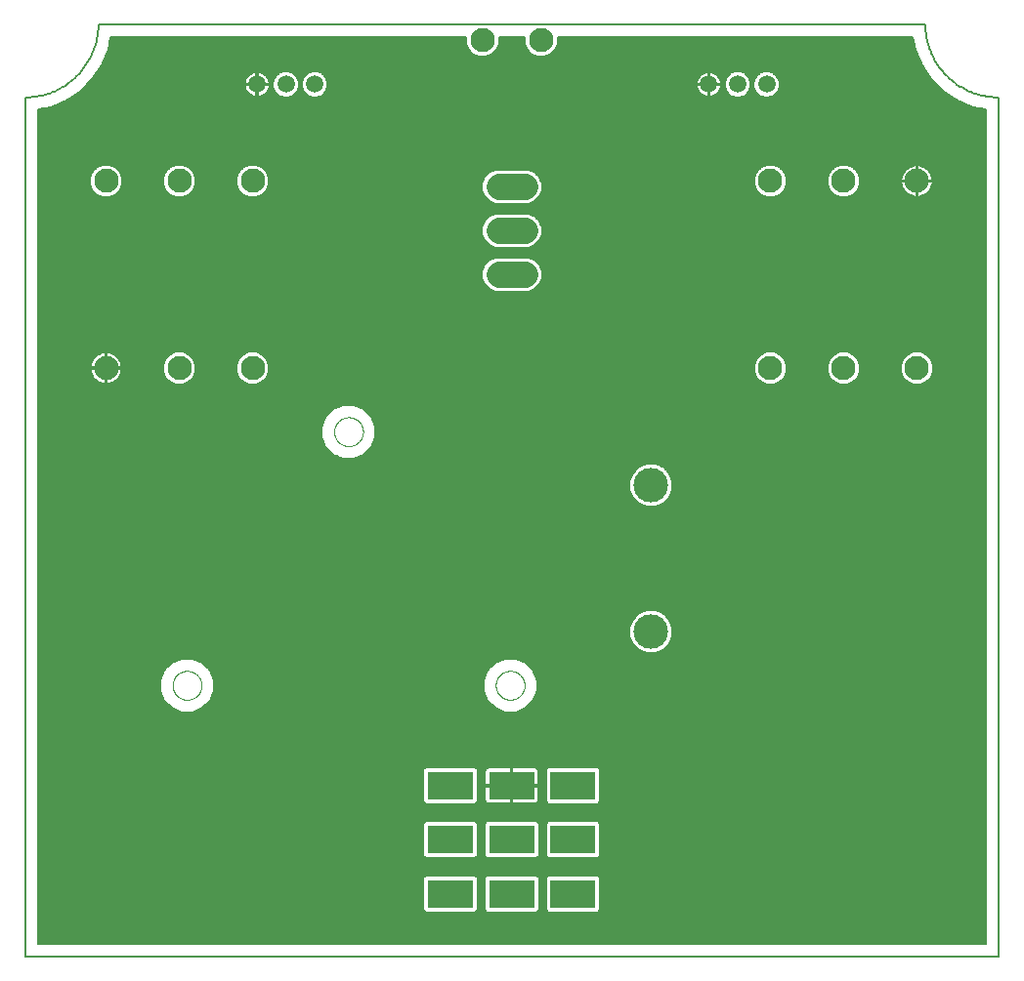
<source format=gbl>
G75*
%MOIN*%
%OFA0B0*%
%FSLAX25Y25*%
%IPPOS*%
%LPD*%
%AMOC8*
5,1,8,0,0,1.08239X$1,22.5*
%
%ADD10C,0.00500*%
%ADD11C,0.08268*%
%ADD12C,0.00000*%
%ADD13C,0.11811*%
%ADD14C,0.05937*%
%ADD15C,0.08858*%
%ADD16R,0.15700X0.09800*%
%ADD17R,0.03962X0.03962*%
D10*
X0001250Y0001250D02*
X0001250Y0294750D01*
X0005750Y0290567D02*
X0009855Y0291384D01*
X0015223Y0293607D01*
X0020055Y0296836D01*
X0024164Y0300945D01*
X0027393Y0305777D01*
X0029616Y0311145D01*
X0029616Y0311145D01*
X0030433Y0315250D01*
X0151716Y0315250D01*
X0151716Y0313139D01*
X0152566Y0311087D01*
X0154137Y0309516D01*
X0156189Y0308666D01*
X0158411Y0308666D01*
X0160463Y0309516D01*
X0162034Y0311087D01*
X0162884Y0313139D01*
X0162884Y0315250D01*
X0171716Y0315250D01*
X0171716Y0313139D01*
X0172566Y0311087D01*
X0174137Y0309516D01*
X0176189Y0308666D01*
X0178411Y0308666D01*
X0180463Y0309516D01*
X0182034Y0311087D01*
X0182884Y0313139D01*
X0182884Y0315250D01*
X0304167Y0315250D01*
X0304984Y0311145D01*
X0307207Y0305777D01*
X0310436Y0300945D01*
X0310436Y0300945D01*
X0314545Y0296836D01*
X0319377Y0293607D01*
X0324745Y0291384D01*
X0328850Y0290567D01*
X0328850Y0005750D01*
X0005750Y0005750D01*
X0005750Y0290567D01*
X0005750Y0290387D02*
X0328850Y0290387D01*
X0328850Y0289888D02*
X0005750Y0289888D01*
X0005750Y0289390D02*
X0328850Y0289390D01*
X0328850Y0288891D02*
X0005750Y0288891D01*
X0005750Y0288393D02*
X0328850Y0288393D01*
X0328850Y0287894D02*
X0005750Y0287894D01*
X0005750Y0287395D02*
X0328850Y0287395D01*
X0328850Y0286897D02*
X0005750Y0286897D01*
X0005750Y0286398D02*
X0328850Y0286398D01*
X0328850Y0285900D02*
X0005750Y0285900D01*
X0005750Y0285401D02*
X0328850Y0285401D01*
X0328850Y0284903D02*
X0005750Y0284903D01*
X0005750Y0284404D02*
X0328850Y0284404D01*
X0328850Y0283906D02*
X0005750Y0283906D01*
X0005750Y0283407D02*
X0328850Y0283407D01*
X0328850Y0282909D02*
X0005750Y0282909D01*
X0005750Y0282410D02*
X0328850Y0282410D01*
X0328850Y0281912D02*
X0005750Y0281912D01*
X0005750Y0281413D02*
X0328850Y0281413D01*
X0328850Y0280915D02*
X0005750Y0280915D01*
X0005750Y0280416D02*
X0328850Y0280416D01*
X0328850Y0279918D02*
X0005750Y0279918D01*
X0005750Y0279419D02*
X0328850Y0279419D01*
X0328850Y0278921D02*
X0005750Y0278921D01*
X0005750Y0278422D02*
X0328850Y0278422D01*
X0328850Y0277924D02*
X0005750Y0277924D01*
X0005750Y0277425D02*
X0328850Y0277425D01*
X0328850Y0276927D02*
X0005750Y0276927D01*
X0005750Y0276428D02*
X0328850Y0276428D01*
X0328850Y0275930D02*
X0005750Y0275930D01*
X0005750Y0275431D02*
X0328850Y0275431D01*
X0328850Y0274933D02*
X0005750Y0274933D01*
X0005750Y0274434D02*
X0328850Y0274434D01*
X0328850Y0273936D02*
X0005750Y0273936D01*
X0005750Y0273437D02*
X0328850Y0273437D01*
X0328850Y0272939D02*
X0005750Y0272939D01*
X0005750Y0272440D02*
X0328850Y0272440D01*
X0328850Y0271942D02*
X0005750Y0271942D01*
X0005750Y0271443D02*
X0026968Y0271443D01*
X0027787Y0271783D02*
X0025735Y0270933D01*
X0024164Y0269362D01*
X0023314Y0267310D01*
X0023314Y0265088D01*
X0024164Y0263036D01*
X0025735Y0261465D01*
X0027787Y0260615D01*
X0030009Y0260615D01*
X0032061Y0261465D01*
X0033632Y0263036D01*
X0034482Y0265088D01*
X0034482Y0267310D01*
X0033632Y0269362D01*
X0032061Y0270933D01*
X0030009Y0271783D01*
X0027787Y0271783D01*
X0025764Y0270945D02*
X0005750Y0270945D01*
X0005750Y0270446D02*
X0025249Y0270446D01*
X0024750Y0269948D02*
X0005750Y0269948D01*
X0005750Y0269449D02*
X0024252Y0269449D01*
X0023994Y0268951D02*
X0005750Y0268951D01*
X0005750Y0268452D02*
X0023787Y0268452D01*
X0023581Y0267954D02*
X0005750Y0267954D01*
X0005750Y0267455D02*
X0023374Y0267455D01*
X0023314Y0266957D02*
X0005750Y0266957D01*
X0005750Y0266458D02*
X0023314Y0266458D01*
X0023314Y0265960D02*
X0005750Y0265960D01*
X0005750Y0265461D02*
X0023314Y0265461D01*
X0023366Y0264962D02*
X0005750Y0264962D01*
X0005750Y0264464D02*
X0023573Y0264464D01*
X0023779Y0263965D02*
X0005750Y0263965D01*
X0005750Y0263467D02*
X0023986Y0263467D01*
X0024232Y0262968D02*
X0005750Y0262968D01*
X0005750Y0262470D02*
X0024730Y0262470D01*
X0025229Y0261971D02*
X0005750Y0261971D01*
X0005750Y0261473D02*
X0025727Y0261473D01*
X0026920Y0260974D02*
X0005750Y0260974D01*
X0005750Y0260476D02*
X0158331Y0260476D01*
X0157887Y0260920D02*
X0159541Y0259266D01*
X0161701Y0258371D01*
X0172899Y0258371D01*
X0175059Y0259266D01*
X0176713Y0260920D01*
X0177608Y0263081D01*
X0177608Y0265419D01*
X0176713Y0267580D01*
X0175059Y0269234D01*
X0172899Y0270129D01*
X0161701Y0270129D01*
X0159541Y0269234D01*
X0157887Y0267580D01*
X0156992Y0265419D01*
X0156992Y0263081D01*
X0157887Y0260920D01*
X0157864Y0260974D02*
X0080876Y0260974D01*
X0080009Y0260615D02*
X0082061Y0261465D01*
X0083632Y0263036D01*
X0084482Y0265088D01*
X0084482Y0267310D01*
X0083632Y0269362D01*
X0082061Y0270933D01*
X0080009Y0271783D01*
X0077787Y0271783D01*
X0075735Y0270933D01*
X0074164Y0269362D01*
X0073314Y0267310D01*
X0073314Y0265088D01*
X0074164Y0263036D01*
X0075735Y0261465D01*
X0077787Y0260615D01*
X0080009Y0260615D01*
X0082069Y0261473D02*
X0157658Y0261473D01*
X0157451Y0261971D02*
X0082567Y0261971D01*
X0083066Y0262470D02*
X0157245Y0262470D01*
X0157038Y0262968D02*
X0083564Y0262968D01*
X0083810Y0263467D02*
X0156992Y0263467D01*
X0156992Y0263965D02*
X0084017Y0263965D01*
X0084223Y0264464D02*
X0156992Y0264464D01*
X0156992Y0264962D02*
X0084430Y0264962D01*
X0084482Y0265461D02*
X0157009Y0265461D01*
X0157215Y0265960D02*
X0084482Y0265960D01*
X0084482Y0266458D02*
X0157422Y0266458D01*
X0157628Y0266957D02*
X0084482Y0266957D01*
X0084422Y0267455D02*
X0157835Y0267455D01*
X0158260Y0267954D02*
X0084215Y0267954D01*
X0084009Y0268452D02*
X0158759Y0268452D01*
X0159257Y0268951D02*
X0083802Y0268951D01*
X0083545Y0269449D02*
X0160060Y0269449D01*
X0161263Y0269948D02*
X0083046Y0269948D01*
X0082547Y0270446D02*
X0251852Y0270446D01*
X0252339Y0270933D02*
X0250768Y0269362D01*
X0249918Y0267310D01*
X0249918Y0265088D01*
X0250768Y0263036D01*
X0252339Y0261465D01*
X0254391Y0260615D01*
X0256613Y0260615D01*
X0258665Y0261465D01*
X0260236Y0263036D01*
X0261086Y0265088D01*
X0261086Y0267310D01*
X0260236Y0269362D01*
X0258665Y0270933D01*
X0256613Y0271783D01*
X0254391Y0271783D01*
X0252339Y0270933D01*
X0252368Y0270945D02*
X0082032Y0270945D01*
X0080828Y0271443D02*
X0253572Y0271443D01*
X0251354Y0269948D02*
X0173337Y0269948D01*
X0174540Y0269449D02*
X0250855Y0269449D01*
X0250598Y0268951D02*
X0175343Y0268951D01*
X0175841Y0268452D02*
X0250391Y0268452D01*
X0250185Y0267954D02*
X0176340Y0267954D01*
X0176765Y0267455D02*
X0249978Y0267455D01*
X0249918Y0266957D02*
X0176972Y0266957D01*
X0177178Y0266458D02*
X0249918Y0266458D01*
X0249918Y0265960D02*
X0177385Y0265960D01*
X0177591Y0265461D02*
X0249918Y0265461D01*
X0249970Y0264962D02*
X0177608Y0264962D01*
X0177608Y0264464D02*
X0250177Y0264464D01*
X0250383Y0263965D02*
X0177608Y0263965D01*
X0177608Y0263467D02*
X0250590Y0263467D01*
X0250836Y0262968D02*
X0177562Y0262968D01*
X0177355Y0262470D02*
X0251334Y0262470D01*
X0251833Y0261971D02*
X0177149Y0261971D01*
X0176942Y0261473D02*
X0252331Y0261473D01*
X0253523Y0260974D02*
X0176736Y0260974D01*
X0176269Y0260476D02*
X0328850Y0260476D01*
X0328850Y0260974D02*
X0306845Y0260974D01*
X0306763Y0260948D02*
X0307569Y0261209D01*
X0308324Y0261594D01*
X0309009Y0262092D01*
X0309609Y0262691D01*
X0310107Y0263377D01*
X0310491Y0264132D01*
X0310753Y0264938D01*
X0310886Y0265775D01*
X0310886Y0265949D01*
X0305752Y0265949D01*
X0305752Y0266449D01*
X0305252Y0266449D01*
X0305252Y0271583D01*
X0305078Y0271583D01*
X0304241Y0271450D01*
X0303435Y0271188D01*
X0302680Y0270803D01*
X0301995Y0270305D01*
X0301395Y0269706D01*
X0300897Y0269021D01*
X0300513Y0268266D01*
X0300251Y0267460D01*
X0300118Y0266623D01*
X0300118Y0266449D01*
X0305252Y0266449D01*
X0305252Y0265949D01*
X0300118Y0265949D01*
X0300118Y0265775D01*
X0300251Y0264938D01*
X0300513Y0264132D01*
X0300897Y0263377D01*
X0301395Y0262691D01*
X0301995Y0262092D01*
X0302680Y0261594D01*
X0303435Y0261209D01*
X0304241Y0260948D01*
X0305078Y0260815D01*
X0305252Y0260815D01*
X0305252Y0265949D01*
X0305752Y0265949D01*
X0305752Y0260815D01*
X0305926Y0260815D01*
X0306763Y0260948D01*
X0305752Y0260974D02*
X0305252Y0260974D01*
X0305252Y0261473D02*
X0305752Y0261473D01*
X0305752Y0261971D02*
X0305252Y0261971D01*
X0305252Y0262470D02*
X0305752Y0262470D01*
X0305752Y0262968D02*
X0305252Y0262968D01*
X0305252Y0263467D02*
X0305752Y0263467D01*
X0305752Y0263965D02*
X0305252Y0263965D01*
X0305252Y0264464D02*
X0305752Y0264464D01*
X0305752Y0264962D02*
X0305252Y0264962D01*
X0305252Y0265461D02*
X0305752Y0265461D01*
X0305752Y0265960D02*
X0328850Y0265960D01*
X0328850Y0266458D02*
X0310886Y0266458D01*
X0310886Y0266449D02*
X0310886Y0266623D01*
X0310753Y0267460D01*
X0310491Y0268266D01*
X0310107Y0269021D01*
X0309609Y0269706D01*
X0309009Y0270305D01*
X0308324Y0270803D01*
X0307569Y0271188D01*
X0306763Y0271450D01*
X0305926Y0271583D01*
X0305752Y0271583D01*
X0305752Y0266449D01*
X0310886Y0266449D01*
X0310833Y0266957D02*
X0328850Y0266957D01*
X0328850Y0267455D02*
X0310754Y0267455D01*
X0310593Y0267954D02*
X0328850Y0267954D01*
X0328850Y0268452D02*
X0310396Y0268452D01*
X0310142Y0268951D02*
X0328850Y0268951D01*
X0328850Y0269449D02*
X0309795Y0269449D01*
X0309367Y0269948D02*
X0328850Y0269948D01*
X0328850Y0270446D02*
X0308816Y0270446D01*
X0308047Y0270945D02*
X0328850Y0270945D01*
X0328850Y0271443D02*
X0306784Y0271443D01*
X0305752Y0271443D02*
X0305252Y0271443D01*
X0305252Y0270945D02*
X0305752Y0270945D01*
X0305752Y0270446D02*
X0305252Y0270446D01*
X0305252Y0269948D02*
X0305752Y0269948D01*
X0305752Y0269449D02*
X0305252Y0269449D01*
X0305252Y0268951D02*
X0305752Y0268951D01*
X0305752Y0268452D02*
X0305252Y0268452D01*
X0305252Y0267954D02*
X0305752Y0267954D01*
X0305752Y0267455D02*
X0305252Y0267455D01*
X0305252Y0266957D02*
X0305752Y0266957D01*
X0305752Y0266458D02*
X0305252Y0266458D01*
X0305252Y0265960D02*
X0286086Y0265960D01*
X0286086Y0266458D02*
X0300118Y0266458D01*
X0300171Y0266957D02*
X0286086Y0266957D01*
X0286086Y0267310D02*
X0285236Y0269362D01*
X0283665Y0270933D01*
X0281613Y0271783D01*
X0279391Y0271783D01*
X0277339Y0270933D01*
X0275768Y0269362D01*
X0274918Y0267310D01*
X0274918Y0265088D01*
X0275768Y0263036D01*
X0277339Y0261465D01*
X0279391Y0260615D01*
X0281613Y0260615D01*
X0283665Y0261465D01*
X0285236Y0263036D01*
X0286086Y0265088D01*
X0286086Y0267310D01*
X0286026Y0267455D02*
X0300250Y0267455D01*
X0300411Y0267954D02*
X0285819Y0267954D01*
X0285613Y0268452D02*
X0300608Y0268452D01*
X0300862Y0268951D02*
X0285406Y0268951D01*
X0285148Y0269449D02*
X0301209Y0269449D01*
X0301637Y0269948D02*
X0284650Y0269948D01*
X0284151Y0270446D02*
X0302188Y0270446D01*
X0302957Y0270945D02*
X0283636Y0270945D01*
X0282432Y0271443D02*
X0304220Y0271443D01*
X0300168Y0265461D02*
X0286086Y0265461D01*
X0286034Y0264962D02*
X0300247Y0264962D01*
X0300405Y0264464D02*
X0285827Y0264464D01*
X0285621Y0263965D02*
X0300597Y0263965D01*
X0300851Y0263467D02*
X0285414Y0263467D01*
X0285168Y0262968D02*
X0301194Y0262968D01*
X0301617Y0262470D02*
X0284670Y0262470D01*
X0284171Y0261971D02*
X0302161Y0261971D01*
X0302918Y0261473D02*
X0283673Y0261473D01*
X0282480Y0260974D02*
X0304159Y0260974D01*
X0308086Y0261473D02*
X0328850Y0261473D01*
X0328850Y0261971D02*
X0308843Y0261971D01*
X0309387Y0262470D02*
X0328850Y0262470D01*
X0328850Y0262968D02*
X0309810Y0262968D01*
X0310152Y0263467D02*
X0328850Y0263467D01*
X0328850Y0263965D02*
X0310406Y0263965D01*
X0310599Y0264464D02*
X0328850Y0264464D01*
X0328850Y0264962D02*
X0310757Y0264962D01*
X0310836Y0265461D02*
X0328850Y0265461D01*
X0328850Y0259977D02*
X0175771Y0259977D01*
X0175272Y0259479D02*
X0328850Y0259479D01*
X0328850Y0258980D02*
X0174370Y0258980D01*
X0173166Y0258482D02*
X0328850Y0258482D01*
X0328850Y0257983D02*
X0005750Y0257983D01*
X0005750Y0257485D02*
X0328850Y0257485D01*
X0328850Y0256986D02*
X0005750Y0256986D01*
X0005750Y0256488D02*
X0328850Y0256488D01*
X0328850Y0255989D02*
X0005750Y0255989D01*
X0005750Y0255491D02*
X0328850Y0255491D01*
X0328850Y0254992D02*
X0173229Y0254992D01*
X0172899Y0255129D02*
X0161701Y0255129D01*
X0159541Y0254234D01*
X0157887Y0252580D01*
X0156992Y0250419D01*
X0156992Y0248081D01*
X0157887Y0245920D01*
X0159541Y0244266D01*
X0161701Y0243371D01*
X0172899Y0243371D01*
X0175059Y0244266D01*
X0176713Y0245920D01*
X0177608Y0248081D01*
X0177608Y0250419D01*
X0176713Y0252580D01*
X0175059Y0254234D01*
X0172899Y0255129D01*
X0174432Y0254494D02*
X0328850Y0254494D01*
X0328850Y0253995D02*
X0175298Y0253995D01*
X0175797Y0253497D02*
X0328850Y0253497D01*
X0328850Y0252998D02*
X0176295Y0252998D01*
X0176747Y0252500D02*
X0328850Y0252500D01*
X0328850Y0252001D02*
X0176953Y0252001D01*
X0177160Y0251503D02*
X0328850Y0251503D01*
X0328850Y0251004D02*
X0177366Y0251004D01*
X0177573Y0250506D02*
X0328850Y0250506D01*
X0328850Y0250007D02*
X0177608Y0250007D01*
X0177608Y0249509D02*
X0328850Y0249509D01*
X0328850Y0249010D02*
X0177608Y0249010D01*
X0177608Y0248512D02*
X0328850Y0248512D01*
X0328850Y0248013D02*
X0177580Y0248013D01*
X0177374Y0247515D02*
X0328850Y0247515D01*
X0328850Y0247016D02*
X0177167Y0247016D01*
X0176961Y0246518D02*
X0328850Y0246518D01*
X0328850Y0246019D02*
X0176754Y0246019D01*
X0176314Y0245521D02*
X0328850Y0245521D01*
X0328850Y0245022D02*
X0175816Y0245022D01*
X0175317Y0244524D02*
X0328850Y0244524D01*
X0328850Y0244025D02*
X0174478Y0244025D01*
X0173274Y0243527D02*
X0328850Y0243527D01*
X0328850Y0243028D02*
X0005750Y0243028D01*
X0005750Y0243527D02*
X0161326Y0243527D01*
X0160122Y0244025D02*
X0005750Y0244025D01*
X0005750Y0244524D02*
X0159283Y0244524D01*
X0158784Y0245022D02*
X0005750Y0245022D01*
X0005750Y0245521D02*
X0158286Y0245521D01*
X0157846Y0246019D02*
X0005750Y0246019D01*
X0005750Y0246518D02*
X0157639Y0246518D01*
X0157433Y0247016D02*
X0005750Y0247016D01*
X0005750Y0247515D02*
X0157226Y0247515D01*
X0157020Y0248013D02*
X0005750Y0248013D01*
X0005750Y0248512D02*
X0156992Y0248512D01*
X0156992Y0249010D02*
X0005750Y0249010D01*
X0005750Y0249509D02*
X0156992Y0249509D01*
X0156992Y0250007D02*
X0005750Y0250007D01*
X0005750Y0250506D02*
X0157027Y0250506D01*
X0157234Y0251004D02*
X0005750Y0251004D01*
X0005750Y0251503D02*
X0157440Y0251503D01*
X0157647Y0252001D02*
X0005750Y0252001D01*
X0005750Y0252500D02*
X0157853Y0252500D01*
X0158305Y0252998D02*
X0005750Y0252998D01*
X0005750Y0253497D02*
X0158803Y0253497D01*
X0159302Y0253995D02*
X0005750Y0253995D01*
X0005750Y0254494D02*
X0160168Y0254494D01*
X0161371Y0254992D02*
X0005750Y0254992D01*
X0005750Y0258482D02*
X0161434Y0258482D01*
X0160230Y0258980D02*
X0005750Y0258980D01*
X0005750Y0259479D02*
X0159328Y0259479D01*
X0158829Y0259977D02*
X0005750Y0259977D01*
X0005750Y0242529D02*
X0328850Y0242529D01*
X0328850Y0242031D02*
X0005750Y0242031D01*
X0005750Y0241532D02*
X0328850Y0241532D01*
X0328850Y0241034D02*
X0005750Y0241034D01*
X0005750Y0240535D02*
X0328850Y0240535D01*
X0328850Y0240037D02*
X0173121Y0240037D01*
X0172899Y0240129D02*
X0161701Y0240129D01*
X0159541Y0239234D01*
X0157887Y0237580D01*
X0156992Y0235419D01*
X0156992Y0233081D01*
X0157887Y0230920D01*
X0159541Y0229266D01*
X0161701Y0228371D01*
X0172899Y0228371D01*
X0175059Y0229266D01*
X0176713Y0230920D01*
X0177608Y0233081D01*
X0177608Y0235419D01*
X0176713Y0237580D01*
X0175059Y0239234D01*
X0172899Y0240129D01*
X0174325Y0239538D02*
X0328850Y0239538D01*
X0328850Y0239040D02*
X0175254Y0239040D01*
X0175752Y0238541D02*
X0328850Y0238541D01*
X0328850Y0238043D02*
X0176251Y0238043D01*
X0176728Y0237544D02*
X0328850Y0237544D01*
X0328850Y0237046D02*
X0176935Y0237046D01*
X0177141Y0236547D02*
X0328850Y0236547D01*
X0328850Y0236049D02*
X0177348Y0236049D01*
X0177554Y0235550D02*
X0328850Y0235550D01*
X0328850Y0235052D02*
X0177608Y0235052D01*
X0177608Y0234553D02*
X0328850Y0234553D01*
X0328850Y0234055D02*
X0177608Y0234055D01*
X0177608Y0233556D02*
X0328850Y0233556D01*
X0328850Y0233058D02*
X0177599Y0233058D01*
X0177392Y0232559D02*
X0328850Y0232559D01*
X0328850Y0232061D02*
X0177186Y0232061D01*
X0176979Y0231562D02*
X0328850Y0231562D01*
X0328850Y0231064D02*
X0176773Y0231064D01*
X0176359Y0230565D02*
X0328850Y0230565D01*
X0328850Y0230067D02*
X0175860Y0230067D01*
X0175362Y0229568D02*
X0328850Y0229568D01*
X0328850Y0229070D02*
X0174586Y0229070D01*
X0173382Y0228571D02*
X0328850Y0228571D01*
X0328850Y0228073D02*
X0005750Y0228073D01*
X0005750Y0228571D02*
X0161218Y0228571D01*
X0160014Y0229070D02*
X0005750Y0229070D01*
X0005750Y0229568D02*
X0159238Y0229568D01*
X0158740Y0230067D02*
X0005750Y0230067D01*
X0005750Y0230565D02*
X0158241Y0230565D01*
X0157827Y0231064D02*
X0005750Y0231064D01*
X0005750Y0231562D02*
X0157621Y0231562D01*
X0157414Y0232061D02*
X0005750Y0232061D01*
X0005750Y0232559D02*
X0157208Y0232559D01*
X0157001Y0233058D02*
X0005750Y0233058D01*
X0005750Y0233556D02*
X0156992Y0233556D01*
X0156992Y0234055D02*
X0005750Y0234055D01*
X0005750Y0234553D02*
X0156992Y0234553D01*
X0156992Y0235052D02*
X0005750Y0235052D01*
X0005750Y0235550D02*
X0157046Y0235550D01*
X0157252Y0236049D02*
X0005750Y0236049D01*
X0005750Y0236547D02*
X0157459Y0236547D01*
X0157665Y0237046D02*
X0005750Y0237046D01*
X0005750Y0237544D02*
X0157872Y0237544D01*
X0158349Y0238043D02*
X0005750Y0238043D01*
X0005750Y0238541D02*
X0158848Y0238541D01*
X0159346Y0239040D02*
X0005750Y0239040D01*
X0005750Y0239538D02*
X0160275Y0239538D01*
X0161479Y0240037D02*
X0005750Y0240037D01*
X0005750Y0227574D02*
X0328850Y0227574D01*
X0328850Y0227076D02*
X0005750Y0227076D01*
X0005750Y0226577D02*
X0328850Y0226577D01*
X0328850Y0226079D02*
X0005750Y0226079D01*
X0005750Y0225580D02*
X0328850Y0225580D01*
X0328850Y0225082D02*
X0005750Y0225082D01*
X0005750Y0224583D02*
X0328850Y0224583D01*
X0328850Y0224085D02*
X0005750Y0224085D01*
X0005750Y0223586D02*
X0328850Y0223586D01*
X0328850Y0223088D02*
X0005750Y0223088D01*
X0005750Y0222589D02*
X0328850Y0222589D01*
X0328850Y0222091D02*
X0005750Y0222091D01*
X0005750Y0221592D02*
X0328850Y0221592D01*
X0328850Y0221093D02*
X0005750Y0221093D01*
X0005750Y0220595D02*
X0328850Y0220595D01*
X0328850Y0220096D02*
X0005750Y0220096D01*
X0005750Y0219598D02*
X0328850Y0219598D01*
X0328850Y0219099D02*
X0005750Y0219099D01*
X0005750Y0218601D02*
X0328850Y0218601D01*
X0328850Y0218102D02*
X0005750Y0218102D01*
X0005750Y0217604D02*
X0328850Y0217604D01*
X0328850Y0217105D02*
X0005750Y0217105D01*
X0005750Y0216607D02*
X0328850Y0216607D01*
X0328850Y0216108D02*
X0005750Y0216108D01*
X0005750Y0215610D02*
X0328850Y0215610D01*
X0328850Y0215111D02*
X0005750Y0215111D01*
X0005750Y0214613D02*
X0328850Y0214613D01*
X0328850Y0214114D02*
X0005750Y0214114D01*
X0005750Y0213616D02*
X0328850Y0213616D01*
X0328850Y0213117D02*
X0005750Y0213117D01*
X0005750Y0212619D02*
X0328850Y0212619D01*
X0328850Y0212120D02*
X0005750Y0212120D01*
X0005750Y0211622D02*
X0328850Y0211622D01*
X0328850Y0211123D02*
X0005750Y0211123D01*
X0005750Y0210625D02*
X0328850Y0210625D01*
X0328850Y0210126D02*
X0005750Y0210126D01*
X0005750Y0209628D02*
X0328850Y0209628D01*
X0328850Y0209129D02*
X0005750Y0209129D01*
X0005750Y0208631D02*
X0328850Y0208631D01*
X0328850Y0208132D02*
X0005750Y0208132D01*
X0005750Y0207634D02*
X0028150Y0207634D01*
X0028474Y0207685D02*
X0027637Y0207552D01*
X0026831Y0207291D01*
X0026076Y0206906D01*
X0025391Y0206408D01*
X0024791Y0205809D01*
X0024293Y0205123D01*
X0023909Y0204368D01*
X0023647Y0203562D01*
X0023514Y0202725D01*
X0023514Y0202551D01*
X0028648Y0202551D01*
X0028648Y0202051D01*
X0029148Y0202051D01*
X0029148Y0196917D01*
X0029322Y0196917D01*
X0030159Y0197050D01*
X0030965Y0197312D01*
X0031720Y0197696D01*
X0032405Y0198195D01*
X0033005Y0198794D01*
X0033503Y0199479D01*
X0033887Y0200234D01*
X0034149Y0201040D01*
X0034282Y0201877D01*
X0034282Y0202051D01*
X0029148Y0202051D01*
X0029148Y0202551D01*
X0034282Y0202551D01*
X0034282Y0202725D01*
X0034149Y0203562D01*
X0033887Y0204368D01*
X0033503Y0205123D01*
X0033005Y0205809D01*
X0032405Y0206408D01*
X0031720Y0206906D01*
X0030965Y0207291D01*
X0030159Y0207552D01*
X0029322Y0207685D01*
X0029148Y0207685D01*
X0029148Y0202551D01*
X0028648Y0202551D01*
X0028648Y0207685D01*
X0028474Y0207685D01*
X0028648Y0207634D02*
X0029148Y0207634D01*
X0029646Y0207634D02*
X0052181Y0207634D01*
X0052787Y0207885D02*
X0050735Y0207035D01*
X0049164Y0205464D01*
X0048314Y0203412D01*
X0048314Y0201190D01*
X0049164Y0199138D01*
X0050735Y0197567D01*
X0052787Y0196717D01*
X0055009Y0196717D01*
X0057061Y0197567D01*
X0058632Y0199138D01*
X0059482Y0201190D01*
X0059482Y0203412D01*
X0058632Y0205464D01*
X0057061Y0207035D01*
X0055009Y0207885D01*
X0052787Y0207885D01*
X0050977Y0207135D02*
X0031270Y0207135D01*
X0032090Y0206637D02*
X0050337Y0206637D01*
X0049838Y0206138D02*
X0032675Y0206138D01*
X0033127Y0205640D02*
X0049340Y0205640D01*
X0049030Y0205141D02*
X0033489Y0205141D01*
X0033747Y0204643D02*
X0048824Y0204643D01*
X0048617Y0204144D02*
X0033960Y0204144D01*
X0034122Y0203646D02*
X0048411Y0203646D01*
X0048314Y0203147D02*
X0034215Y0203147D01*
X0034282Y0202649D02*
X0048314Y0202649D01*
X0048314Y0202150D02*
X0029148Y0202150D01*
X0029148Y0201652D02*
X0028648Y0201652D01*
X0028648Y0202051D02*
X0028648Y0196917D01*
X0028474Y0196917D01*
X0027637Y0197050D01*
X0026831Y0197312D01*
X0026076Y0197696D01*
X0025391Y0198195D01*
X0024791Y0198794D01*
X0024293Y0199479D01*
X0023909Y0200234D01*
X0023647Y0201040D01*
X0023514Y0201877D01*
X0023514Y0202051D01*
X0028648Y0202051D01*
X0028648Y0202150D02*
X0005750Y0202150D01*
X0005750Y0201652D02*
X0023550Y0201652D01*
X0023629Y0201153D02*
X0005750Y0201153D01*
X0005750Y0200655D02*
X0023772Y0200655D01*
X0023949Y0200156D02*
X0005750Y0200156D01*
X0005750Y0199658D02*
X0024203Y0199658D01*
X0024526Y0199159D02*
X0005750Y0199159D01*
X0005750Y0198660D02*
X0024925Y0198660D01*
X0025436Y0198162D02*
X0005750Y0198162D01*
X0005750Y0197663D02*
X0026141Y0197663D01*
X0027283Y0197165D02*
X0005750Y0197165D01*
X0005750Y0196666D02*
X0328850Y0196666D01*
X0328850Y0196168D02*
X0005750Y0196168D01*
X0005750Y0195669D02*
X0328850Y0195669D01*
X0328850Y0195171D02*
X0005750Y0195171D01*
X0005750Y0194672D02*
X0328850Y0194672D01*
X0328850Y0194174D02*
X0005750Y0194174D01*
X0005750Y0193675D02*
X0328850Y0193675D01*
X0328850Y0193177D02*
X0005750Y0193177D01*
X0005750Y0192678D02*
X0328850Y0192678D01*
X0328850Y0192180D02*
X0005750Y0192180D01*
X0005750Y0191681D02*
X0328850Y0191681D01*
X0328850Y0191183D02*
X0005750Y0191183D01*
X0005750Y0190684D02*
X0328850Y0190684D01*
X0328850Y0190186D02*
X0005750Y0190186D01*
X0005750Y0189687D02*
X0109556Y0189687D01*
X0109788Y0189783D02*
X0106417Y0188387D01*
X0103837Y0185807D01*
X0102441Y0182436D01*
X0102441Y0178788D01*
X0103837Y0175417D01*
X0106417Y0172837D01*
X0109788Y0171441D01*
X0113436Y0171441D01*
X0116807Y0172837D01*
X0119387Y0175417D01*
X0120783Y0178788D01*
X0120783Y0182436D01*
X0119387Y0185807D01*
X0116807Y0188387D01*
X0113436Y0189783D01*
X0109788Y0189783D01*
X0108352Y0189189D02*
X0005750Y0189189D01*
X0005750Y0188690D02*
X0107149Y0188690D01*
X0106222Y0188192D02*
X0005750Y0188192D01*
X0005750Y0187693D02*
X0105723Y0187693D01*
X0105225Y0187195D02*
X0005750Y0187195D01*
X0005750Y0186696D02*
X0104726Y0186696D01*
X0104228Y0186198D02*
X0005750Y0186198D01*
X0005750Y0185699D02*
X0103792Y0185699D01*
X0103586Y0185201D02*
X0005750Y0185201D01*
X0005750Y0184702D02*
X0103379Y0184702D01*
X0103173Y0184204D02*
X0005750Y0184204D01*
X0005750Y0183705D02*
X0102966Y0183705D01*
X0102760Y0183207D02*
X0005750Y0183207D01*
X0005750Y0182708D02*
X0102553Y0182708D01*
X0102441Y0182210D02*
X0005750Y0182210D01*
X0005750Y0181711D02*
X0102441Y0181711D01*
X0102441Y0181213D02*
X0005750Y0181213D01*
X0005750Y0180714D02*
X0102441Y0180714D01*
X0102441Y0180216D02*
X0005750Y0180216D01*
X0005750Y0179717D02*
X0102441Y0179717D01*
X0102441Y0179219D02*
X0005750Y0179219D01*
X0005750Y0178720D02*
X0102469Y0178720D01*
X0102676Y0178222D02*
X0005750Y0178222D01*
X0005750Y0177723D02*
X0102882Y0177723D01*
X0103089Y0177224D02*
X0005750Y0177224D01*
X0005750Y0176726D02*
X0103295Y0176726D01*
X0103502Y0176227D02*
X0005750Y0176227D01*
X0005750Y0175729D02*
X0103708Y0175729D01*
X0104024Y0175230D02*
X0005750Y0175230D01*
X0005750Y0174732D02*
X0104522Y0174732D01*
X0105021Y0174233D02*
X0005750Y0174233D01*
X0005750Y0173735D02*
X0105519Y0173735D01*
X0106018Y0173236D02*
X0005750Y0173236D01*
X0005750Y0172738D02*
X0106657Y0172738D01*
X0107860Y0172239D02*
X0005750Y0172239D01*
X0005750Y0171741D02*
X0109064Y0171741D01*
X0114161Y0171741D02*
X0328850Y0171741D01*
X0328850Y0172239D02*
X0115364Y0172239D01*
X0116568Y0172738D02*
X0328850Y0172738D01*
X0328850Y0173236D02*
X0117207Y0173236D01*
X0117705Y0173735D02*
X0328850Y0173735D01*
X0328850Y0174233D02*
X0118204Y0174233D01*
X0118702Y0174732D02*
X0328850Y0174732D01*
X0328850Y0175230D02*
X0119201Y0175230D01*
X0119516Y0175729D02*
X0328850Y0175729D01*
X0328850Y0176227D02*
X0119723Y0176227D01*
X0119929Y0176726D02*
X0328850Y0176726D01*
X0328850Y0177224D02*
X0120136Y0177224D01*
X0120342Y0177723D02*
X0328850Y0177723D01*
X0328850Y0178222D02*
X0120549Y0178222D01*
X0120755Y0178720D02*
X0328850Y0178720D01*
X0328850Y0179219D02*
X0120783Y0179219D01*
X0120783Y0179717D02*
X0328850Y0179717D01*
X0328850Y0180216D02*
X0120783Y0180216D01*
X0120783Y0180714D02*
X0328850Y0180714D01*
X0328850Y0181213D02*
X0120783Y0181213D01*
X0120783Y0181711D02*
X0328850Y0181711D01*
X0328850Y0182210D02*
X0120783Y0182210D01*
X0120671Y0182708D02*
X0328850Y0182708D01*
X0328850Y0183207D02*
X0120464Y0183207D01*
X0120258Y0183705D02*
X0328850Y0183705D01*
X0328850Y0184204D02*
X0120051Y0184204D01*
X0119845Y0184702D02*
X0328850Y0184702D01*
X0328850Y0185201D02*
X0119638Y0185201D01*
X0119432Y0185699D02*
X0328850Y0185699D01*
X0328850Y0186198D02*
X0118997Y0186198D01*
X0118498Y0186696D02*
X0328850Y0186696D01*
X0328850Y0187195D02*
X0118000Y0187195D01*
X0117501Y0187693D02*
X0328850Y0187693D01*
X0328850Y0188192D02*
X0117003Y0188192D01*
X0116076Y0188690D02*
X0328850Y0188690D01*
X0328850Y0189189D02*
X0114872Y0189189D01*
X0113669Y0189687D02*
X0328850Y0189687D01*
X0328850Y0197165D02*
X0307693Y0197165D01*
X0308665Y0197567D02*
X0310236Y0199138D01*
X0311086Y0201190D01*
X0311086Y0203412D01*
X0310236Y0205464D01*
X0308665Y0207035D01*
X0306613Y0207885D01*
X0304391Y0207885D01*
X0302339Y0207035D01*
X0300768Y0205464D01*
X0299918Y0203412D01*
X0299918Y0201190D01*
X0300768Y0199138D01*
X0302339Y0197567D01*
X0304391Y0196717D01*
X0306613Y0196717D01*
X0308665Y0197567D01*
X0308761Y0197663D02*
X0328850Y0197663D01*
X0328850Y0198162D02*
X0309260Y0198162D01*
X0309758Y0198660D02*
X0328850Y0198660D01*
X0328850Y0199159D02*
X0310244Y0199159D01*
X0310451Y0199658D02*
X0328850Y0199658D01*
X0328850Y0200156D02*
X0310657Y0200156D01*
X0310864Y0200655D02*
X0328850Y0200655D01*
X0328850Y0201153D02*
X0311070Y0201153D01*
X0311086Y0201652D02*
X0328850Y0201652D01*
X0328850Y0202150D02*
X0311086Y0202150D01*
X0311086Y0202649D02*
X0328850Y0202649D01*
X0328850Y0203147D02*
X0311086Y0203147D01*
X0310989Y0203646D02*
X0328850Y0203646D01*
X0328850Y0204144D02*
X0310783Y0204144D01*
X0310576Y0204643D02*
X0328850Y0204643D01*
X0328850Y0205141D02*
X0310370Y0205141D01*
X0310060Y0205640D02*
X0328850Y0205640D01*
X0328850Y0206138D02*
X0309562Y0206138D01*
X0309063Y0206637D02*
X0328850Y0206637D01*
X0328850Y0207135D02*
X0308423Y0207135D01*
X0307219Y0207634D02*
X0328850Y0207634D01*
X0303784Y0207634D02*
X0282219Y0207634D01*
X0281613Y0207885D02*
X0279391Y0207885D01*
X0277339Y0207035D01*
X0275768Y0205464D01*
X0274918Y0203412D01*
X0274918Y0201190D01*
X0275768Y0199138D01*
X0277339Y0197567D01*
X0279391Y0196717D01*
X0281613Y0196717D01*
X0283665Y0197567D01*
X0285236Y0199138D01*
X0286086Y0201190D01*
X0286086Y0203412D01*
X0285236Y0205464D01*
X0283665Y0207035D01*
X0281613Y0207885D01*
X0283423Y0207135D02*
X0302581Y0207135D01*
X0301941Y0206637D02*
X0284063Y0206637D01*
X0284562Y0206138D02*
X0301442Y0206138D01*
X0300944Y0205640D02*
X0285060Y0205640D01*
X0285370Y0205141D02*
X0300634Y0205141D01*
X0300428Y0204643D02*
X0285576Y0204643D01*
X0285783Y0204144D02*
X0300221Y0204144D01*
X0300015Y0203646D02*
X0285989Y0203646D01*
X0286086Y0203147D02*
X0299918Y0203147D01*
X0299918Y0202649D02*
X0286086Y0202649D01*
X0286086Y0202150D02*
X0299918Y0202150D01*
X0299918Y0201652D02*
X0286086Y0201652D01*
X0286070Y0201153D02*
X0299934Y0201153D01*
X0300140Y0200655D02*
X0285864Y0200655D01*
X0285657Y0200156D02*
X0300347Y0200156D01*
X0300553Y0199658D02*
X0285451Y0199658D01*
X0285244Y0199159D02*
X0300760Y0199159D01*
X0301246Y0198660D02*
X0284758Y0198660D01*
X0284260Y0198162D02*
X0301744Y0198162D01*
X0302243Y0197663D02*
X0283761Y0197663D01*
X0282693Y0197165D02*
X0303311Y0197165D01*
X0278311Y0197165D02*
X0257693Y0197165D01*
X0258665Y0197567D02*
X0260236Y0199138D01*
X0261086Y0201190D01*
X0261086Y0203412D01*
X0260236Y0205464D01*
X0258665Y0207035D01*
X0256613Y0207885D01*
X0254391Y0207885D01*
X0252339Y0207035D01*
X0250768Y0205464D01*
X0249918Y0203412D01*
X0249918Y0201190D01*
X0250768Y0199138D01*
X0252339Y0197567D01*
X0254391Y0196717D01*
X0256613Y0196717D01*
X0258665Y0197567D01*
X0258761Y0197663D02*
X0277243Y0197663D01*
X0276744Y0198162D02*
X0259260Y0198162D01*
X0259758Y0198660D02*
X0276246Y0198660D01*
X0275760Y0199159D02*
X0260244Y0199159D01*
X0260451Y0199658D02*
X0275553Y0199658D01*
X0275347Y0200156D02*
X0260657Y0200156D01*
X0260864Y0200655D02*
X0275140Y0200655D01*
X0274934Y0201153D02*
X0261070Y0201153D01*
X0261086Y0201652D02*
X0274918Y0201652D01*
X0274918Y0202150D02*
X0261086Y0202150D01*
X0261086Y0202649D02*
X0274918Y0202649D01*
X0274918Y0203147D02*
X0261086Y0203147D01*
X0260989Y0203646D02*
X0275015Y0203646D01*
X0275221Y0204144D02*
X0260783Y0204144D01*
X0260576Y0204643D02*
X0275428Y0204643D01*
X0275634Y0205141D02*
X0260370Y0205141D01*
X0260060Y0205640D02*
X0275944Y0205640D01*
X0276442Y0206138D02*
X0259562Y0206138D01*
X0259063Y0206637D02*
X0276941Y0206637D01*
X0277581Y0207135D02*
X0258423Y0207135D01*
X0257219Y0207634D02*
X0278784Y0207634D01*
X0253784Y0207634D02*
X0080616Y0207634D01*
X0080009Y0207885D02*
X0077787Y0207885D01*
X0075735Y0207035D01*
X0074164Y0205464D01*
X0073314Y0203412D01*
X0073314Y0201190D01*
X0074164Y0199138D01*
X0075735Y0197567D01*
X0077787Y0196717D01*
X0080009Y0196717D01*
X0082061Y0197567D01*
X0083632Y0199138D01*
X0084482Y0201190D01*
X0084482Y0203412D01*
X0083632Y0205464D01*
X0082061Y0207035D01*
X0080009Y0207885D01*
X0081819Y0207135D02*
X0252581Y0207135D01*
X0251941Y0206637D02*
X0082459Y0206637D01*
X0082958Y0206138D02*
X0251442Y0206138D01*
X0250944Y0205640D02*
X0083456Y0205640D01*
X0083766Y0205141D02*
X0250634Y0205141D01*
X0250428Y0204643D02*
X0083972Y0204643D01*
X0084179Y0204144D02*
X0250221Y0204144D01*
X0250015Y0203646D02*
X0084385Y0203646D01*
X0084482Y0203147D02*
X0249918Y0203147D01*
X0249918Y0202649D02*
X0084482Y0202649D01*
X0084482Y0202150D02*
X0249918Y0202150D01*
X0249918Y0201652D02*
X0084482Y0201652D01*
X0084466Y0201153D02*
X0249934Y0201153D01*
X0250140Y0200655D02*
X0084260Y0200655D01*
X0084053Y0200156D02*
X0250347Y0200156D01*
X0250553Y0199658D02*
X0083847Y0199658D01*
X0083640Y0199159D02*
X0250760Y0199159D01*
X0251246Y0198660D02*
X0083154Y0198660D01*
X0082656Y0198162D02*
X0251744Y0198162D01*
X0252243Y0197663D02*
X0082157Y0197663D01*
X0081089Y0197165D02*
X0253311Y0197165D01*
X0221706Y0164762D02*
X0328850Y0164762D01*
X0328850Y0165260D02*
X0221499Y0165260D01*
X0221293Y0165759D02*
X0328850Y0165759D01*
X0328850Y0166257D02*
X0221086Y0166257D01*
X0220998Y0166472D02*
X0218928Y0168541D01*
X0216225Y0169661D01*
X0213299Y0169661D01*
X0210595Y0168541D01*
X0208526Y0166472D01*
X0207406Y0163768D01*
X0207406Y0160842D01*
X0208526Y0158139D01*
X0210595Y0156069D01*
X0213299Y0154950D01*
X0216225Y0154950D01*
X0218928Y0156069D01*
X0220998Y0158139D01*
X0222117Y0160842D01*
X0222117Y0163768D01*
X0220998Y0166472D01*
X0220713Y0166756D02*
X0328850Y0166756D01*
X0328850Y0167254D02*
X0220215Y0167254D01*
X0219716Y0167753D02*
X0328850Y0167753D01*
X0328850Y0168251D02*
X0219218Y0168251D01*
X0218424Y0168750D02*
X0328850Y0168750D01*
X0328850Y0169248D02*
X0217220Y0169248D01*
X0212303Y0169248D02*
X0005750Y0169248D01*
X0005750Y0168750D02*
X0211100Y0168750D01*
X0210306Y0168251D02*
X0005750Y0168251D01*
X0005750Y0167753D02*
X0209807Y0167753D01*
X0209309Y0167254D02*
X0005750Y0167254D01*
X0005750Y0166756D02*
X0208810Y0166756D01*
X0208437Y0166257D02*
X0005750Y0166257D01*
X0005750Y0165759D02*
X0208231Y0165759D01*
X0208024Y0165260D02*
X0005750Y0165260D01*
X0005750Y0164762D02*
X0207818Y0164762D01*
X0207611Y0164263D02*
X0005750Y0164263D01*
X0005750Y0163765D02*
X0207406Y0163765D01*
X0207406Y0163266D02*
X0005750Y0163266D01*
X0005750Y0162768D02*
X0207406Y0162768D01*
X0207406Y0162269D02*
X0005750Y0162269D01*
X0005750Y0161771D02*
X0207406Y0161771D01*
X0207406Y0161272D02*
X0005750Y0161272D01*
X0005750Y0160774D02*
X0207435Y0160774D01*
X0207641Y0160275D02*
X0005750Y0160275D01*
X0005750Y0159777D02*
X0207848Y0159777D01*
X0208054Y0159278D02*
X0005750Y0159278D01*
X0005750Y0158780D02*
X0208261Y0158780D01*
X0208467Y0158281D02*
X0005750Y0158281D01*
X0005750Y0157783D02*
X0208882Y0157783D01*
X0209381Y0157284D02*
X0005750Y0157284D01*
X0005750Y0156786D02*
X0209879Y0156786D01*
X0210378Y0156287D02*
X0005750Y0156287D01*
X0005750Y0155789D02*
X0211273Y0155789D01*
X0212477Y0155290D02*
X0005750Y0155290D01*
X0005750Y0154791D02*
X0328850Y0154791D01*
X0328850Y0154293D02*
X0005750Y0154293D01*
X0005750Y0153794D02*
X0328850Y0153794D01*
X0328850Y0153296D02*
X0005750Y0153296D01*
X0005750Y0152797D02*
X0328850Y0152797D01*
X0328850Y0152299D02*
X0005750Y0152299D01*
X0005750Y0151800D02*
X0328850Y0151800D01*
X0328850Y0151302D02*
X0005750Y0151302D01*
X0005750Y0150803D02*
X0328850Y0150803D01*
X0328850Y0150305D02*
X0005750Y0150305D01*
X0005750Y0149806D02*
X0328850Y0149806D01*
X0328850Y0149308D02*
X0005750Y0149308D01*
X0005750Y0148809D02*
X0328850Y0148809D01*
X0328850Y0148311D02*
X0005750Y0148311D01*
X0005750Y0147812D02*
X0328850Y0147812D01*
X0328850Y0147314D02*
X0005750Y0147314D01*
X0005750Y0146815D02*
X0328850Y0146815D01*
X0328850Y0146317D02*
X0005750Y0146317D01*
X0005750Y0145818D02*
X0328850Y0145818D01*
X0328850Y0145320D02*
X0005750Y0145320D01*
X0005750Y0144821D02*
X0328850Y0144821D01*
X0328850Y0144323D02*
X0005750Y0144323D01*
X0005750Y0143824D02*
X0328850Y0143824D01*
X0328850Y0143326D02*
X0005750Y0143326D01*
X0005750Y0142827D02*
X0328850Y0142827D01*
X0328850Y0142329D02*
X0005750Y0142329D01*
X0005750Y0141830D02*
X0328850Y0141830D01*
X0328850Y0141332D02*
X0005750Y0141332D01*
X0005750Y0140833D02*
X0328850Y0140833D01*
X0328850Y0140335D02*
X0005750Y0140335D01*
X0005750Y0139836D02*
X0328850Y0139836D01*
X0328850Y0139338D02*
X0005750Y0139338D01*
X0005750Y0138839D02*
X0328850Y0138839D01*
X0328850Y0138341D02*
X0005750Y0138341D01*
X0005750Y0137842D02*
X0328850Y0137842D01*
X0328850Y0137344D02*
X0005750Y0137344D01*
X0005750Y0136845D02*
X0328850Y0136845D01*
X0328850Y0136347D02*
X0005750Y0136347D01*
X0005750Y0135848D02*
X0328850Y0135848D01*
X0328850Y0135350D02*
X0005750Y0135350D01*
X0005750Y0134851D02*
X0328850Y0134851D01*
X0328850Y0134353D02*
X0005750Y0134353D01*
X0005750Y0133854D02*
X0328850Y0133854D01*
X0328850Y0133355D02*
X0005750Y0133355D01*
X0005750Y0132857D02*
X0328850Y0132857D01*
X0328850Y0132358D02*
X0005750Y0132358D01*
X0005750Y0131860D02*
X0328850Y0131860D01*
X0328850Y0131361D02*
X0005750Y0131361D01*
X0005750Y0130863D02*
X0328850Y0130863D01*
X0328850Y0130364D02*
X0005750Y0130364D01*
X0005750Y0129866D02*
X0328850Y0129866D01*
X0328850Y0129367D02*
X0005750Y0129367D01*
X0005750Y0128869D02*
X0328850Y0128869D01*
X0328850Y0128370D02*
X0005750Y0128370D01*
X0005750Y0127872D02*
X0328850Y0127872D01*
X0328850Y0127373D02*
X0005750Y0127373D01*
X0005750Y0126875D02*
X0328850Y0126875D01*
X0328850Y0126376D02*
X0005750Y0126376D01*
X0005750Y0125878D02*
X0328850Y0125878D01*
X0328850Y0125379D02*
X0005750Y0125379D01*
X0005750Y0124881D02*
X0328850Y0124881D01*
X0328850Y0124382D02*
X0005750Y0124382D01*
X0005750Y0123884D02*
X0328850Y0123884D01*
X0328850Y0123385D02*
X0005750Y0123385D01*
X0005750Y0122887D02*
X0328850Y0122887D01*
X0328850Y0122388D02*
X0005750Y0122388D01*
X0005750Y0121890D02*
X0328850Y0121890D01*
X0328850Y0121391D02*
X0005750Y0121391D01*
X0005750Y0120893D02*
X0328850Y0120893D01*
X0328850Y0120394D02*
X0005750Y0120394D01*
X0005750Y0119896D02*
X0328850Y0119896D01*
X0328850Y0119397D02*
X0216861Y0119397D01*
X0216225Y0119661D02*
X0213299Y0119661D01*
X0210595Y0118541D01*
X0208526Y0116472D01*
X0207406Y0113768D01*
X0207406Y0110842D01*
X0208526Y0108139D01*
X0210595Y0106069D01*
X0213299Y0104950D01*
X0216225Y0104950D01*
X0218928Y0106069D01*
X0220998Y0108139D01*
X0222117Y0110842D01*
X0222117Y0113768D01*
X0220998Y0116472D01*
X0218928Y0118541D01*
X0216225Y0119661D01*
X0218064Y0118899D02*
X0328850Y0118899D01*
X0328850Y0118400D02*
X0219069Y0118400D01*
X0219568Y0117902D02*
X0328850Y0117902D01*
X0328850Y0117403D02*
X0220066Y0117403D01*
X0220565Y0116905D02*
X0328850Y0116905D01*
X0328850Y0116406D02*
X0221025Y0116406D01*
X0221231Y0115908D02*
X0328850Y0115908D01*
X0328850Y0115409D02*
X0221438Y0115409D01*
X0221644Y0114911D02*
X0328850Y0114911D01*
X0328850Y0114412D02*
X0221851Y0114412D01*
X0222057Y0113914D02*
X0328850Y0113914D01*
X0328850Y0113415D02*
X0222117Y0113415D01*
X0222117Y0112917D02*
X0328850Y0112917D01*
X0328850Y0112418D02*
X0222117Y0112418D01*
X0222117Y0111920D02*
X0328850Y0111920D01*
X0328850Y0111421D02*
X0222117Y0111421D01*
X0222117Y0110922D02*
X0328850Y0110922D01*
X0328850Y0110424D02*
X0221944Y0110424D01*
X0221738Y0109925D02*
X0328850Y0109925D01*
X0328850Y0109427D02*
X0221531Y0109427D01*
X0221325Y0108928D02*
X0328850Y0108928D01*
X0328850Y0108430D02*
X0221118Y0108430D01*
X0220790Y0107931D02*
X0328850Y0107931D01*
X0328850Y0107433D02*
X0220292Y0107433D01*
X0219793Y0106934D02*
X0328850Y0106934D01*
X0328850Y0106436D02*
X0219295Y0106436D01*
X0218610Y0105937D02*
X0328850Y0105937D01*
X0328850Y0105439D02*
X0217406Y0105439D01*
X0212118Y0105439D02*
X0005750Y0105439D01*
X0005750Y0105937D02*
X0210914Y0105937D01*
X0210229Y0106436D02*
X0005750Y0106436D01*
X0005750Y0106934D02*
X0209730Y0106934D01*
X0209232Y0107433D02*
X0005750Y0107433D01*
X0005750Y0107931D02*
X0208733Y0107931D01*
X0208405Y0108430D02*
X0005750Y0108430D01*
X0005750Y0108928D02*
X0208199Y0108928D01*
X0207992Y0109427D02*
X0005750Y0109427D01*
X0005750Y0109925D02*
X0207786Y0109925D01*
X0207579Y0110424D02*
X0005750Y0110424D01*
X0005750Y0110922D02*
X0207406Y0110922D01*
X0207406Y0111421D02*
X0005750Y0111421D01*
X0005750Y0111920D02*
X0207406Y0111920D01*
X0207406Y0112418D02*
X0005750Y0112418D01*
X0005750Y0112917D02*
X0207406Y0112917D01*
X0207406Y0113415D02*
X0005750Y0113415D01*
X0005750Y0113914D02*
X0207467Y0113914D01*
X0207673Y0114412D02*
X0005750Y0114412D01*
X0005750Y0114911D02*
X0207879Y0114911D01*
X0208086Y0115409D02*
X0005750Y0115409D01*
X0005750Y0115908D02*
X0208292Y0115908D01*
X0208499Y0116406D02*
X0005750Y0116406D01*
X0005750Y0116905D02*
X0208959Y0116905D01*
X0209458Y0117403D02*
X0005750Y0117403D01*
X0005750Y0117902D02*
X0209956Y0117902D01*
X0210455Y0118400D02*
X0005750Y0118400D01*
X0005750Y0118899D02*
X0211459Y0118899D01*
X0212663Y0119397D02*
X0005750Y0119397D01*
X0005750Y0104940D02*
X0328850Y0104940D01*
X0328850Y0104442D02*
X0005750Y0104442D01*
X0005750Y0103943D02*
X0328850Y0103943D01*
X0328850Y0103445D02*
X0005750Y0103445D01*
X0005750Y0102946D02*
X0054132Y0102946D01*
X0054670Y0103169D02*
X0051299Y0101773D01*
X0048719Y0099193D01*
X0047323Y0095822D01*
X0047323Y0092174D01*
X0048719Y0088803D01*
X0051299Y0086223D01*
X0054670Y0084827D01*
X0058318Y0084827D01*
X0061689Y0086223D01*
X0064269Y0088803D01*
X0065665Y0092174D01*
X0065665Y0095822D01*
X0064269Y0099193D01*
X0061689Y0101773D01*
X0058318Y0103169D01*
X0054670Y0103169D01*
X0052928Y0102448D02*
X0005750Y0102448D01*
X0005750Y0101949D02*
X0051724Y0101949D01*
X0050977Y0101451D02*
X0005750Y0101451D01*
X0005750Y0100952D02*
X0050478Y0100952D01*
X0049980Y0100454D02*
X0005750Y0100454D01*
X0005750Y0099955D02*
X0049481Y0099955D01*
X0048983Y0099457D02*
X0005750Y0099457D01*
X0005750Y0098958D02*
X0048622Y0098958D01*
X0048415Y0098460D02*
X0005750Y0098460D01*
X0005750Y0097961D02*
X0048209Y0097961D01*
X0048002Y0097463D02*
X0005750Y0097463D01*
X0005750Y0096964D02*
X0047796Y0096964D01*
X0047589Y0096466D02*
X0005750Y0096466D01*
X0005750Y0095967D02*
X0047383Y0095967D01*
X0047323Y0095469D02*
X0005750Y0095469D01*
X0005750Y0094970D02*
X0047323Y0094970D01*
X0047323Y0094472D02*
X0005750Y0094472D01*
X0005750Y0093973D02*
X0047323Y0093973D01*
X0047323Y0093475D02*
X0005750Y0093475D01*
X0005750Y0092976D02*
X0047323Y0092976D01*
X0047323Y0092478D02*
X0005750Y0092478D01*
X0005750Y0091979D02*
X0047403Y0091979D01*
X0047610Y0091481D02*
X0005750Y0091481D01*
X0005750Y0090982D02*
X0047816Y0090982D01*
X0048023Y0090484D02*
X0005750Y0090484D01*
X0005750Y0089985D02*
X0048229Y0089985D01*
X0048436Y0089487D02*
X0005750Y0089487D01*
X0005750Y0088988D02*
X0048642Y0088988D01*
X0049033Y0088489D02*
X0005750Y0088489D01*
X0005750Y0087991D02*
X0049531Y0087991D01*
X0050030Y0087492D02*
X0005750Y0087492D01*
X0005750Y0086994D02*
X0050528Y0086994D01*
X0051027Y0086495D02*
X0005750Y0086495D01*
X0005750Y0085997D02*
X0051845Y0085997D01*
X0053048Y0085498D02*
X0005750Y0085498D01*
X0005750Y0085000D02*
X0054252Y0085000D01*
X0058736Y0085000D02*
X0164488Y0085000D01*
X0164906Y0084827D02*
X0168555Y0084827D01*
X0171925Y0086223D01*
X0174505Y0088803D01*
X0175902Y0092174D01*
X0175902Y0095822D01*
X0174505Y0099193D01*
X0171925Y0101773D01*
X0168555Y0103169D01*
X0164906Y0103169D01*
X0161535Y0101773D01*
X0158955Y0099193D01*
X0157559Y0095822D01*
X0157559Y0092174D01*
X0158955Y0088803D01*
X0161535Y0086223D01*
X0164906Y0084827D01*
X0163285Y0085498D02*
X0059940Y0085498D01*
X0061143Y0085997D02*
X0162081Y0085997D01*
X0161263Y0086495D02*
X0061962Y0086495D01*
X0062460Y0086994D02*
X0160764Y0086994D01*
X0160266Y0087492D02*
X0062959Y0087492D01*
X0063457Y0087991D02*
X0159767Y0087991D01*
X0159269Y0088489D02*
X0063956Y0088489D01*
X0064346Y0088988D02*
X0158879Y0088988D01*
X0158672Y0089487D02*
X0064552Y0089487D01*
X0064759Y0089985D02*
X0158466Y0089985D01*
X0158259Y0090484D02*
X0064965Y0090484D01*
X0065172Y0090982D02*
X0158053Y0090982D01*
X0157846Y0091481D02*
X0065378Y0091481D01*
X0065585Y0091979D02*
X0157640Y0091979D01*
X0157559Y0092478D02*
X0065665Y0092478D01*
X0065665Y0092976D02*
X0157559Y0092976D01*
X0157559Y0093475D02*
X0065665Y0093475D01*
X0065665Y0093973D02*
X0157559Y0093973D01*
X0157559Y0094472D02*
X0065665Y0094472D01*
X0065665Y0094970D02*
X0157559Y0094970D01*
X0157559Y0095469D02*
X0065665Y0095469D01*
X0065605Y0095967D02*
X0157619Y0095967D01*
X0157826Y0096466D02*
X0065399Y0096466D01*
X0065192Y0096964D02*
X0158032Y0096964D01*
X0158239Y0097463D02*
X0064986Y0097463D01*
X0064779Y0097961D02*
X0158445Y0097961D01*
X0158652Y0098460D02*
X0064573Y0098460D01*
X0064366Y0098958D02*
X0158858Y0098958D01*
X0159219Y0099457D02*
X0064005Y0099457D01*
X0063507Y0099955D02*
X0159717Y0099955D01*
X0160216Y0100454D02*
X0063008Y0100454D01*
X0062510Y0100952D02*
X0160714Y0100952D01*
X0161213Y0101451D02*
X0062011Y0101451D01*
X0061264Y0101949D02*
X0161961Y0101949D01*
X0163164Y0102448D02*
X0060060Y0102448D01*
X0058857Y0102946D02*
X0164368Y0102946D01*
X0169093Y0102946D02*
X0328850Y0102946D01*
X0328850Y0102448D02*
X0170296Y0102448D01*
X0171500Y0101949D02*
X0328850Y0101949D01*
X0328850Y0101451D02*
X0172248Y0101451D01*
X0172746Y0100952D02*
X0328850Y0100952D01*
X0328850Y0100454D02*
X0173245Y0100454D01*
X0173743Y0099955D02*
X0328850Y0099955D01*
X0328850Y0099457D02*
X0174242Y0099457D01*
X0174603Y0098958D02*
X0328850Y0098958D01*
X0328850Y0098460D02*
X0174809Y0098460D01*
X0175016Y0097961D02*
X0328850Y0097961D01*
X0328850Y0097463D02*
X0175222Y0097463D01*
X0175429Y0096964D02*
X0328850Y0096964D01*
X0328850Y0096466D02*
X0175635Y0096466D01*
X0175842Y0095967D02*
X0328850Y0095967D01*
X0328850Y0095469D02*
X0175902Y0095469D01*
X0175902Y0094970D02*
X0328850Y0094970D01*
X0328850Y0094472D02*
X0175902Y0094472D01*
X0175902Y0093973D02*
X0328850Y0093973D01*
X0328850Y0093475D02*
X0175902Y0093475D01*
X0175902Y0092976D02*
X0328850Y0092976D01*
X0328850Y0092478D02*
X0175902Y0092478D01*
X0175821Y0091979D02*
X0328850Y0091979D01*
X0328850Y0091481D02*
X0175614Y0091481D01*
X0175408Y0090982D02*
X0328850Y0090982D01*
X0328850Y0090484D02*
X0175201Y0090484D01*
X0174995Y0089985D02*
X0328850Y0089985D01*
X0328850Y0089487D02*
X0174788Y0089487D01*
X0174582Y0088988D02*
X0328850Y0088988D01*
X0328850Y0088489D02*
X0174192Y0088489D01*
X0173693Y0087991D02*
X0328850Y0087991D01*
X0328850Y0087492D02*
X0173195Y0087492D01*
X0172696Y0086994D02*
X0328850Y0086994D01*
X0328850Y0086495D02*
X0172198Y0086495D01*
X0171380Y0085997D02*
X0328850Y0085997D01*
X0328850Y0085498D02*
X0170176Y0085498D01*
X0168973Y0085000D02*
X0328850Y0085000D01*
X0328850Y0084501D02*
X0005750Y0084501D01*
X0005750Y0084003D02*
X0328850Y0084003D01*
X0328850Y0083504D02*
X0005750Y0083504D01*
X0005750Y0083006D02*
X0328850Y0083006D01*
X0328850Y0082507D02*
X0005750Y0082507D01*
X0005750Y0082009D02*
X0328850Y0082009D01*
X0328850Y0081510D02*
X0005750Y0081510D01*
X0005750Y0081012D02*
X0328850Y0081012D01*
X0328850Y0080513D02*
X0005750Y0080513D01*
X0005750Y0080015D02*
X0328850Y0080015D01*
X0328850Y0079516D02*
X0005750Y0079516D01*
X0005750Y0079018D02*
X0328850Y0079018D01*
X0328850Y0078519D02*
X0005750Y0078519D01*
X0005750Y0078021D02*
X0328850Y0078021D01*
X0328850Y0077522D02*
X0005750Y0077522D01*
X0005750Y0077024D02*
X0328850Y0077024D01*
X0328850Y0076525D02*
X0005750Y0076525D01*
X0005750Y0076027D02*
X0328850Y0076027D01*
X0328850Y0075528D02*
X0005750Y0075528D01*
X0005750Y0075030D02*
X0328850Y0075030D01*
X0328850Y0074531D02*
X0005750Y0074531D01*
X0005750Y0074033D02*
X0328850Y0074033D01*
X0328850Y0073534D02*
X0005750Y0073534D01*
X0005750Y0073036D02*
X0328850Y0073036D01*
X0328850Y0072537D02*
X0005750Y0072537D01*
X0005750Y0072039D02*
X0328850Y0072039D01*
X0328850Y0071540D02*
X0005750Y0071540D01*
X0005750Y0071042D02*
X0328850Y0071042D01*
X0328850Y0070543D02*
X0005750Y0070543D01*
X0005750Y0070045D02*
X0328850Y0070045D01*
X0328850Y0069546D02*
X0005750Y0069546D01*
X0005750Y0069048D02*
X0328850Y0069048D01*
X0328850Y0068549D02*
X0005750Y0068549D01*
X0005750Y0068051D02*
X0328850Y0068051D01*
X0328850Y0067552D02*
X0005750Y0067552D01*
X0005750Y0067053D02*
X0328850Y0067053D01*
X0328850Y0066555D02*
X0005750Y0066555D01*
X0005750Y0066056D02*
X0137856Y0066056D01*
X0137899Y0066100D02*
X0137050Y0065251D01*
X0137050Y0054249D01*
X0137899Y0053400D01*
X0154801Y0053400D01*
X0155650Y0054249D01*
X0155650Y0065251D01*
X0154801Y0066100D01*
X0137899Y0066100D01*
X0137357Y0065558D02*
X0005750Y0065558D01*
X0005750Y0065059D02*
X0137050Y0065059D01*
X0137050Y0064561D02*
X0005750Y0064561D01*
X0005750Y0064062D02*
X0137050Y0064062D01*
X0137050Y0063564D02*
X0005750Y0063564D01*
X0005750Y0063065D02*
X0137050Y0063065D01*
X0137050Y0062567D02*
X0005750Y0062567D01*
X0005750Y0062068D02*
X0137050Y0062068D01*
X0137050Y0061570D02*
X0005750Y0061570D01*
X0005750Y0061071D02*
X0137050Y0061071D01*
X0137050Y0060573D02*
X0005750Y0060573D01*
X0005750Y0060074D02*
X0137050Y0060074D01*
X0137050Y0059576D02*
X0005750Y0059576D01*
X0005750Y0059077D02*
X0137050Y0059077D01*
X0137050Y0058579D02*
X0005750Y0058579D01*
X0005750Y0058080D02*
X0137050Y0058080D01*
X0137050Y0057582D02*
X0005750Y0057582D01*
X0005750Y0057083D02*
X0137050Y0057083D01*
X0137050Y0056585D02*
X0005750Y0056585D01*
X0005750Y0056086D02*
X0137050Y0056086D01*
X0137050Y0055588D02*
X0005750Y0055588D01*
X0005750Y0055089D02*
X0137050Y0055089D01*
X0137050Y0054591D02*
X0005750Y0054591D01*
X0005750Y0054092D02*
X0137207Y0054092D01*
X0137706Y0053594D02*
X0005750Y0053594D01*
X0005750Y0053095D02*
X0328850Y0053095D01*
X0328850Y0052597D02*
X0005750Y0052597D01*
X0005750Y0052098D02*
X0328850Y0052098D01*
X0328850Y0051600D02*
X0005750Y0051600D01*
X0005750Y0051101D02*
X0328850Y0051101D01*
X0328850Y0050603D02*
X0005750Y0050603D01*
X0005750Y0050104D02*
X0328850Y0050104D01*
X0328850Y0049606D02*
X0005750Y0049606D01*
X0005750Y0049107D02*
X0328850Y0049107D01*
X0328850Y0048609D02*
X0005750Y0048609D01*
X0005750Y0048110D02*
X0328850Y0048110D01*
X0328850Y0047612D02*
X0005750Y0047612D01*
X0005750Y0047113D02*
X0137412Y0047113D01*
X0137050Y0046751D02*
X0137899Y0047600D01*
X0154801Y0047600D01*
X0155650Y0046751D01*
X0155650Y0035749D01*
X0154801Y0034900D01*
X0137899Y0034900D01*
X0137050Y0035749D01*
X0137050Y0046751D01*
X0137050Y0046615D02*
X0005750Y0046615D01*
X0005750Y0046116D02*
X0137050Y0046116D01*
X0137050Y0045618D02*
X0005750Y0045618D01*
X0005750Y0045119D02*
X0137050Y0045119D01*
X0137050Y0044620D02*
X0005750Y0044620D01*
X0005750Y0044122D02*
X0137050Y0044122D01*
X0137050Y0043623D02*
X0005750Y0043623D01*
X0005750Y0043125D02*
X0137050Y0043125D01*
X0137050Y0042626D02*
X0005750Y0042626D01*
X0005750Y0042128D02*
X0137050Y0042128D01*
X0137050Y0041629D02*
X0005750Y0041629D01*
X0005750Y0041131D02*
X0137050Y0041131D01*
X0137050Y0040632D02*
X0005750Y0040632D01*
X0005750Y0040134D02*
X0137050Y0040134D01*
X0137050Y0039635D02*
X0005750Y0039635D01*
X0005750Y0039137D02*
X0137050Y0039137D01*
X0137050Y0038638D02*
X0005750Y0038638D01*
X0005750Y0038140D02*
X0137050Y0038140D01*
X0137050Y0037641D02*
X0005750Y0037641D01*
X0005750Y0037143D02*
X0137050Y0037143D01*
X0137050Y0036644D02*
X0005750Y0036644D01*
X0005750Y0036146D02*
X0137050Y0036146D01*
X0137152Y0035647D02*
X0005750Y0035647D01*
X0005750Y0035149D02*
X0137651Y0035149D01*
X0137899Y0029100D02*
X0137050Y0028251D01*
X0137050Y0017249D01*
X0137899Y0016400D01*
X0154801Y0016400D01*
X0155650Y0017249D01*
X0155650Y0028251D01*
X0154801Y0029100D01*
X0137899Y0029100D01*
X0137468Y0028668D02*
X0005750Y0028668D01*
X0005750Y0028170D02*
X0137050Y0028170D01*
X0137050Y0027671D02*
X0005750Y0027671D01*
X0005750Y0027173D02*
X0137050Y0027173D01*
X0137050Y0026674D02*
X0005750Y0026674D01*
X0005750Y0026176D02*
X0137050Y0026176D01*
X0137050Y0025677D02*
X0005750Y0025677D01*
X0005750Y0025179D02*
X0137050Y0025179D01*
X0137050Y0024680D02*
X0005750Y0024680D01*
X0005750Y0024182D02*
X0137050Y0024182D01*
X0137050Y0023683D02*
X0005750Y0023683D01*
X0005750Y0023184D02*
X0137050Y0023184D01*
X0137050Y0022686D02*
X0005750Y0022686D01*
X0005750Y0022187D02*
X0137050Y0022187D01*
X0137050Y0021689D02*
X0005750Y0021689D01*
X0005750Y0021190D02*
X0137050Y0021190D01*
X0137050Y0020692D02*
X0005750Y0020692D01*
X0005750Y0020193D02*
X0137050Y0020193D01*
X0137050Y0019695D02*
X0005750Y0019695D01*
X0005750Y0019196D02*
X0137050Y0019196D01*
X0137050Y0018698D02*
X0005750Y0018698D01*
X0005750Y0018199D02*
X0137050Y0018199D01*
X0137050Y0017701D02*
X0005750Y0017701D01*
X0005750Y0017202D02*
X0137097Y0017202D01*
X0137596Y0016704D02*
X0005750Y0016704D01*
X0005750Y0016205D02*
X0328850Y0016205D01*
X0328850Y0015707D02*
X0005750Y0015707D01*
X0005750Y0015208D02*
X0328850Y0015208D01*
X0328850Y0014710D02*
X0005750Y0014710D01*
X0005750Y0014211D02*
X0328850Y0014211D01*
X0328850Y0013713D02*
X0005750Y0013713D01*
X0005750Y0013214D02*
X0328850Y0013214D01*
X0328850Y0012716D02*
X0005750Y0012716D01*
X0005750Y0012217D02*
X0328850Y0012217D01*
X0328850Y0011719D02*
X0005750Y0011719D01*
X0005750Y0011220D02*
X0328850Y0011220D01*
X0328850Y0010722D02*
X0005750Y0010722D01*
X0005750Y0010223D02*
X0328850Y0010223D01*
X0328850Y0009725D02*
X0005750Y0009725D01*
X0005750Y0009226D02*
X0328850Y0009226D01*
X0328850Y0008728D02*
X0005750Y0008728D01*
X0005750Y0008229D02*
X0328850Y0008229D01*
X0328850Y0007731D02*
X0005750Y0007731D01*
X0005750Y0007232D02*
X0328850Y0007232D01*
X0328850Y0006734D02*
X0005750Y0006734D01*
X0005750Y0006235D02*
X0328850Y0006235D01*
X0333350Y0001250D02*
X0333350Y0294750D01*
X0327252Y0290885D02*
X0007348Y0290885D01*
X0009854Y0291384D02*
X0324746Y0291384D01*
X0324745Y0291384D02*
X0324745Y0291384D01*
X0323542Y0291882D02*
X0011058Y0291882D01*
X0009855Y0291384D02*
X0009855Y0291384D01*
X0012262Y0292381D02*
X0322338Y0292381D01*
X0321135Y0292879D02*
X0013465Y0292879D01*
X0014669Y0293378D02*
X0319931Y0293378D01*
X0319377Y0293607D02*
X0319377Y0293607D01*
X0318974Y0293876D02*
X0015626Y0293876D01*
X0015223Y0293607D02*
X0015223Y0293607D01*
X0016372Y0294375D02*
X0318228Y0294375D01*
X0317482Y0294873D02*
X0255172Y0294873D01*
X0255071Y0294831D02*
X0256695Y0295504D01*
X0257938Y0296747D01*
X0258611Y0298371D01*
X0258611Y0300129D01*
X0257938Y0301753D01*
X0256695Y0302996D01*
X0255071Y0303668D01*
X0253314Y0303668D01*
X0251690Y0302996D01*
X0250447Y0301753D01*
X0249774Y0300129D01*
X0249774Y0298371D01*
X0250447Y0296747D01*
X0251690Y0295504D01*
X0253314Y0294831D01*
X0255071Y0294831D01*
X0256376Y0295372D02*
X0316736Y0295372D01*
X0315990Y0295870D02*
X0257061Y0295870D01*
X0257560Y0296369D02*
X0315244Y0296369D01*
X0314545Y0296836D02*
X0314545Y0296836D01*
X0314545Y0296836D01*
X0314513Y0296867D02*
X0257988Y0296867D01*
X0258195Y0297366D02*
X0314015Y0297366D01*
X0313516Y0297864D02*
X0258401Y0297864D01*
X0258608Y0298363D02*
X0313018Y0298363D01*
X0312519Y0298861D02*
X0258611Y0298861D01*
X0258611Y0299360D02*
X0312021Y0299360D01*
X0311522Y0299858D02*
X0258611Y0299858D01*
X0258517Y0300357D02*
X0311024Y0300357D01*
X0310525Y0300855D02*
X0258310Y0300855D01*
X0258104Y0301354D02*
X0310163Y0301354D01*
X0309829Y0301852D02*
X0257839Y0301852D01*
X0257340Y0302351D02*
X0309496Y0302351D01*
X0309163Y0302849D02*
X0256842Y0302849D01*
X0255845Y0303348D02*
X0308830Y0303348D01*
X0308497Y0303846D02*
X0026103Y0303846D01*
X0025770Y0303348D02*
X0079368Y0303348D01*
X0079420Y0303365D02*
X0078788Y0303159D01*
X0078196Y0302858D01*
X0077659Y0302468D01*
X0077190Y0301998D01*
X0076799Y0301461D01*
X0076498Y0300869D01*
X0076293Y0300238D01*
X0076189Y0299582D01*
X0076189Y0299500D01*
X0080157Y0299500D01*
X0080157Y0299000D01*
X0076189Y0299000D01*
X0076189Y0298918D01*
X0076293Y0298262D01*
X0076498Y0297631D01*
X0076799Y0297039D01*
X0077190Y0296502D01*
X0077659Y0296032D01*
X0078196Y0295642D01*
X0078788Y0295341D01*
X0079420Y0295135D01*
X0080075Y0295031D01*
X0080157Y0295031D01*
X0080157Y0299000D01*
X0080657Y0299000D01*
X0080657Y0295031D01*
X0080739Y0295031D01*
X0081395Y0295135D01*
X0082027Y0295341D01*
X0082618Y0295642D01*
X0083156Y0296032D01*
X0083625Y0296502D01*
X0084015Y0297039D01*
X0084317Y0297631D01*
X0084522Y0298262D01*
X0084626Y0298918D01*
X0084626Y0299000D01*
X0080658Y0299000D01*
X0080658Y0299500D01*
X0084626Y0299500D01*
X0084626Y0299582D01*
X0084522Y0300238D01*
X0084317Y0300869D01*
X0084015Y0301461D01*
X0083625Y0301998D01*
X0083156Y0302468D01*
X0082618Y0302858D01*
X0082027Y0303159D01*
X0081395Y0303365D01*
X0080739Y0303468D01*
X0080657Y0303468D01*
X0080657Y0299500D01*
X0080157Y0299500D01*
X0080157Y0303468D01*
X0080075Y0303468D01*
X0079420Y0303365D01*
X0080157Y0303348D02*
X0080657Y0303348D01*
X0080657Y0302849D02*
X0080157Y0302849D01*
X0080157Y0302351D02*
X0080657Y0302351D01*
X0080657Y0301852D02*
X0080157Y0301852D01*
X0080157Y0301354D02*
X0080657Y0301354D01*
X0080657Y0300855D02*
X0080157Y0300855D01*
X0080157Y0300357D02*
X0080657Y0300357D01*
X0080657Y0299858D02*
X0080157Y0299858D01*
X0080157Y0299360D02*
X0022579Y0299360D01*
X0023078Y0299858D02*
X0076233Y0299858D01*
X0076332Y0300357D02*
X0023576Y0300357D01*
X0024075Y0300855D02*
X0076493Y0300855D01*
X0076745Y0301354D02*
X0024437Y0301354D01*
X0024164Y0300945D02*
X0024164Y0300945D01*
X0024770Y0301852D02*
X0077084Y0301852D01*
X0077542Y0302351D02*
X0025104Y0302351D01*
X0025437Y0302849D02*
X0078185Y0302849D01*
X0081447Y0303348D02*
X0088597Y0303348D01*
X0089371Y0303668D02*
X0087747Y0302996D01*
X0086504Y0301753D01*
X0085831Y0300129D01*
X0085831Y0298371D01*
X0086504Y0296747D01*
X0087747Y0295504D01*
X0089371Y0294831D01*
X0091129Y0294831D01*
X0092753Y0295504D01*
X0093996Y0296747D01*
X0094668Y0298371D01*
X0094668Y0300129D01*
X0093996Y0301753D01*
X0092753Y0302996D01*
X0091129Y0303668D01*
X0089371Y0303668D01*
X0087601Y0302849D02*
X0082630Y0302849D01*
X0083272Y0302351D02*
X0087102Y0302351D01*
X0086604Y0301852D02*
X0083731Y0301852D01*
X0084070Y0301354D02*
X0086339Y0301354D01*
X0086132Y0300855D02*
X0084321Y0300855D01*
X0084483Y0300357D02*
X0085926Y0300357D01*
X0085831Y0299858D02*
X0084582Y0299858D01*
X0084617Y0298861D02*
X0085831Y0298861D01*
X0085835Y0298363D02*
X0084538Y0298363D01*
X0084393Y0297864D02*
X0086041Y0297864D01*
X0086248Y0297366D02*
X0084182Y0297366D01*
X0083891Y0296867D02*
X0086454Y0296867D01*
X0086883Y0296369D02*
X0083492Y0296369D01*
X0082933Y0295870D02*
X0087381Y0295870D01*
X0088067Y0295372D02*
X0082088Y0295372D01*
X0080657Y0295372D02*
X0080157Y0295372D01*
X0080157Y0295870D02*
X0080657Y0295870D01*
X0080657Y0296369D02*
X0080157Y0296369D01*
X0080157Y0296867D02*
X0080657Y0296867D01*
X0080657Y0297366D02*
X0080157Y0297366D01*
X0080157Y0297864D02*
X0080657Y0297864D01*
X0080657Y0298363D02*
X0080157Y0298363D01*
X0080157Y0298861D02*
X0080657Y0298861D01*
X0080658Y0299360D02*
X0085831Y0299360D01*
X0089270Y0294873D02*
X0017118Y0294873D01*
X0017864Y0295372D02*
X0078727Y0295372D01*
X0077882Y0295870D02*
X0018610Y0295870D01*
X0019356Y0296369D02*
X0077323Y0296369D01*
X0076924Y0296867D02*
X0020087Y0296867D01*
X0020055Y0296836D02*
X0020055Y0296836D01*
X0020585Y0297366D02*
X0076633Y0297366D01*
X0076422Y0297864D02*
X0021084Y0297864D01*
X0021582Y0298363D02*
X0076277Y0298363D01*
X0076198Y0298861D02*
X0022081Y0298861D01*
X0026436Y0304345D02*
X0308164Y0304345D01*
X0307831Y0304843D02*
X0026769Y0304843D01*
X0027102Y0305342D02*
X0307498Y0305342D01*
X0307181Y0305840D02*
X0027419Y0305840D01*
X0027393Y0305777D02*
X0027393Y0305777D01*
X0027625Y0306339D02*
X0306974Y0306339D01*
X0306768Y0306837D02*
X0027832Y0306837D01*
X0028038Y0307336D02*
X0306561Y0307336D01*
X0306355Y0307834D02*
X0028245Y0307834D01*
X0028451Y0308333D02*
X0306149Y0308333D01*
X0305942Y0308831D02*
X0178810Y0308831D01*
X0180013Y0309330D02*
X0305736Y0309330D01*
X0305529Y0309829D02*
X0180775Y0309829D01*
X0181274Y0310327D02*
X0305323Y0310327D01*
X0305116Y0310826D02*
X0181772Y0310826D01*
X0182132Y0311324D02*
X0304948Y0311324D01*
X0304849Y0311823D02*
X0182338Y0311823D01*
X0182545Y0312321D02*
X0304750Y0312321D01*
X0304651Y0312820D02*
X0182751Y0312820D01*
X0182884Y0313318D02*
X0304551Y0313318D01*
X0304452Y0313817D02*
X0182884Y0313817D01*
X0182884Y0314315D02*
X0304353Y0314315D01*
X0304254Y0314814D02*
X0182884Y0314814D01*
X0175790Y0308831D02*
X0158810Y0308831D01*
X0160013Y0309330D02*
X0174587Y0309330D01*
X0173825Y0309829D02*
X0160775Y0309829D01*
X0161274Y0310327D02*
X0173326Y0310327D01*
X0172828Y0310826D02*
X0161772Y0310826D01*
X0162132Y0311324D02*
X0172468Y0311324D01*
X0172262Y0311823D02*
X0162338Y0311823D01*
X0162545Y0312321D02*
X0172055Y0312321D01*
X0171849Y0312820D02*
X0162751Y0312820D01*
X0162884Y0313318D02*
X0171716Y0313318D01*
X0171716Y0313817D02*
X0162884Y0313817D01*
X0162884Y0314315D02*
X0171716Y0314315D01*
X0171716Y0314814D02*
X0162884Y0314814D01*
X0155790Y0308831D02*
X0028658Y0308831D01*
X0028864Y0309330D02*
X0154587Y0309330D01*
X0153825Y0309829D02*
X0029071Y0309829D01*
X0029277Y0310327D02*
X0153326Y0310327D01*
X0152828Y0310826D02*
X0029484Y0310826D01*
X0029652Y0311324D02*
X0152468Y0311324D01*
X0152262Y0311823D02*
X0029751Y0311823D01*
X0029850Y0312321D02*
X0152055Y0312321D01*
X0151849Y0312820D02*
X0029949Y0312820D01*
X0030049Y0313318D02*
X0151716Y0313318D01*
X0151716Y0313817D02*
X0030148Y0313817D01*
X0030247Y0314315D02*
X0151716Y0314315D01*
X0151716Y0314814D02*
X0030346Y0314814D01*
X0026250Y0319750D02*
X0308350Y0319750D01*
X0308357Y0319146D01*
X0308379Y0318542D01*
X0308416Y0317939D01*
X0308467Y0317337D01*
X0308532Y0316737D01*
X0308612Y0316138D01*
X0308707Y0315541D01*
X0308816Y0314947D01*
X0308939Y0314355D01*
X0309076Y0313767D01*
X0309228Y0313182D01*
X0309394Y0312601D01*
X0309574Y0312025D01*
X0309767Y0311452D01*
X0309975Y0310885D01*
X0310196Y0310323D01*
X0310430Y0309766D01*
X0310678Y0309215D01*
X0310939Y0308670D01*
X0311214Y0308132D01*
X0311501Y0307600D01*
X0311801Y0307076D01*
X0312113Y0306559D01*
X0312438Y0306050D01*
X0312775Y0305548D01*
X0313125Y0305055D01*
X0313486Y0304571D01*
X0313858Y0304095D01*
X0314242Y0303629D01*
X0314637Y0303172D01*
X0315043Y0302725D01*
X0315460Y0302287D01*
X0315887Y0301860D01*
X0316325Y0301443D01*
X0316772Y0301037D01*
X0317229Y0300642D01*
X0317695Y0300258D01*
X0318171Y0299886D01*
X0318655Y0299525D01*
X0319148Y0299175D01*
X0319650Y0298838D01*
X0320159Y0298513D01*
X0320676Y0298201D01*
X0321200Y0297901D01*
X0321732Y0297614D01*
X0322270Y0297339D01*
X0322815Y0297078D01*
X0323366Y0296830D01*
X0323923Y0296596D01*
X0324485Y0296375D01*
X0325052Y0296167D01*
X0325625Y0295974D01*
X0326201Y0295794D01*
X0326782Y0295628D01*
X0327367Y0295476D01*
X0327955Y0295339D01*
X0328547Y0295216D01*
X0329141Y0295107D01*
X0329738Y0295012D01*
X0330337Y0294932D01*
X0330937Y0294867D01*
X0331539Y0294816D01*
X0332142Y0294779D01*
X0332746Y0294757D01*
X0333350Y0294750D01*
X0278572Y0271443D02*
X0257432Y0271443D01*
X0258636Y0270945D02*
X0277368Y0270945D01*
X0276852Y0270446D02*
X0259151Y0270446D01*
X0259650Y0269948D02*
X0276354Y0269948D01*
X0275855Y0269449D02*
X0260148Y0269449D01*
X0260406Y0268951D02*
X0275598Y0268951D01*
X0275391Y0268452D02*
X0260613Y0268452D01*
X0260819Y0267954D02*
X0275185Y0267954D01*
X0274978Y0267455D02*
X0261026Y0267455D01*
X0261086Y0266957D02*
X0274918Y0266957D01*
X0274918Y0266458D02*
X0261086Y0266458D01*
X0261086Y0265960D02*
X0274918Y0265960D01*
X0274918Y0265461D02*
X0261086Y0265461D01*
X0261034Y0264962D02*
X0274970Y0264962D01*
X0275177Y0264464D02*
X0260827Y0264464D01*
X0260621Y0263965D02*
X0275383Y0263965D01*
X0275590Y0263467D02*
X0260414Y0263467D01*
X0260168Y0262968D02*
X0275836Y0262968D01*
X0276334Y0262470D02*
X0259670Y0262470D01*
X0259171Y0261971D02*
X0276833Y0261971D01*
X0277331Y0261473D02*
X0258673Y0261473D01*
X0257480Y0260974D02*
X0278523Y0260974D01*
X0253213Y0294873D02*
X0245329Y0294873D01*
X0245229Y0294831D02*
X0246853Y0295504D01*
X0248096Y0296747D01*
X0248768Y0298371D01*
X0248768Y0300129D01*
X0248096Y0301753D01*
X0246853Y0302996D01*
X0245229Y0303668D01*
X0243471Y0303668D01*
X0241847Y0302996D01*
X0240604Y0301753D01*
X0239931Y0300129D01*
X0239931Y0298371D01*
X0240604Y0296747D01*
X0241847Y0295504D01*
X0243471Y0294831D01*
X0245229Y0294831D01*
X0246533Y0295372D02*
X0252009Y0295372D01*
X0251324Y0295870D02*
X0247219Y0295870D01*
X0247717Y0296369D02*
X0250825Y0296369D01*
X0250397Y0296867D02*
X0248146Y0296867D01*
X0248352Y0297366D02*
X0250190Y0297366D01*
X0249984Y0297864D02*
X0248559Y0297864D01*
X0248765Y0298363D02*
X0249777Y0298363D01*
X0249774Y0298861D02*
X0248768Y0298861D01*
X0248768Y0299360D02*
X0249774Y0299360D01*
X0249774Y0299858D02*
X0248768Y0299858D01*
X0248674Y0300357D02*
X0249868Y0300357D01*
X0250075Y0300855D02*
X0248468Y0300855D01*
X0248261Y0301354D02*
X0250281Y0301354D01*
X0250546Y0301852D02*
X0247996Y0301852D01*
X0247498Y0302351D02*
X0251045Y0302351D01*
X0251543Y0302849D02*
X0246999Y0302849D01*
X0246003Y0303348D02*
X0252540Y0303348D01*
X0242697Y0303348D02*
X0235547Y0303348D01*
X0235495Y0303365D02*
X0234839Y0303468D01*
X0234757Y0303468D01*
X0234757Y0299500D01*
X0234257Y0299500D01*
X0234257Y0299000D01*
X0230289Y0299000D01*
X0230289Y0298918D01*
X0230393Y0298262D01*
X0230598Y0297631D01*
X0230899Y0297039D01*
X0231290Y0296502D01*
X0231759Y0296032D01*
X0232296Y0295642D01*
X0232888Y0295341D01*
X0233520Y0295135D01*
X0234175Y0295031D01*
X0234257Y0295031D01*
X0234257Y0299000D01*
X0234757Y0299000D01*
X0234757Y0295031D01*
X0234839Y0295031D01*
X0235495Y0295135D01*
X0236127Y0295341D01*
X0236718Y0295642D01*
X0237256Y0296032D01*
X0237725Y0296502D01*
X0238115Y0297039D01*
X0238417Y0297631D01*
X0238622Y0298262D01*
X0238726Y0298918D01*
X0238726Y0299000D01*
X0234758Y0299000D01*
X0234758Y0299500D01*
X0238726Y0299500D01*
X0238726Y0299582D01*
X0238622Y0300238D01*
X0238417Y0300869D01*
X0238115Y0301461D01*
X0237725Y0301998D01*
X0237256Y0302468D01*
X0236718Y0302858D01*
X0236127Y0303159D01*
X0235495Y0303365D01*
X0234757Y0303348D02*
X0234257Y0303348D01*
X0234257Y0303468D02*
X0234175Y0303468D01*
X0233520Y0303365D01*
X0232888Y0303159D01*
X0232296Y0302858D01*
X0231759Y0302468D01*
X0231290Y0301998D01*
X0230899Y0301461D01*
X0230598Y0300869D01*
X0230393Y0300238D01*
X0230289Y0299582D01*
X0230289Y0299500D01*
X0234257Y0299500D01*
X0234257Y0303468D01*
X0234257Y0302849D02*
X0234757Y0302849D01*
X0234757Y0302351D02*
X0234257Y0302351D01*
X0234257Y0301852D02*
X0234757Y0301852D01*
X0234757Y0301354D02*
X0234257Y0301354D01*
X0234257Y0300855D02*
X0234757Y0300855D01*
X0234757Y0300357D02*
X0234257Y0300357D01*
X0234257Y0299858D02*
X0234757Y0299858D01*
X0234758Y0299360D02*
X0239931Y0299360D01*
X0239931Y0299858D02*
X0238682Y0299858D01*
X0238583Y0300357D02*
X0240026Y0300357D01*
X0240232Y0300855D02*
X0238421Y0300855D01*
X0238170Y0301354D02*
X0240439Y0301354D01*
X0240704Y0301852D02*
X0237831Y0301852D01*
X0237372Y0302351D02*
X0241202Y0302351D01*
X0241701Y0302849D02*
X0236730Y0302849D01*
X0233468Y0303348D02*
X0101745Y0303348D01*
X0100971Y0303668D02*
X0099214Y0303668D01*
X0097590Y0302996D01*
X0096347Y0301753D01*
X0095674Y0300129D01*
X0095674Y0298371D01*
X0096347Y0296747D01*
X0097590Y0295504D01*
X0099214Y0294831D01*
X0100971Y0294831D01*
X0102595Y0295504D01*
X0103838Y0296747D01*
X0104511Y0298371D01*
X0104511Y0300129D01*
X0103838Y0301753D01*
X0102595Y0302996D01*
X0100971Y0303668D01*
X0102742Y0302849D02*
X0232285Y0302849D01*
X0231642Y0302351D02*
X0103240Y0302351D01*
X0103739Y0301852D02*
X0231184Y0301852D01*
X0230845Y0301354D02*
X0104004Y0301354D01*
X0104210Y0300855D02*
X0230593Y0300855D01*
X0230432Y0300357D02*
X0104417Y0300357D01*
X0104511Y0299858D02*
X0230333Y0299858D01*
X0230298Y0298861D02*
X0104511Y0298861D01*
X0104508Y0298363D02*
X0230377Y0298363D01*
X0230522Y0297864D02*
X0104301Y0297864D01*
X0104095Y0297366D02*
X0230733Y0297366D01*
X0231024Y0296867D02*
X0103888Y0296867D01*
X0103460Y0296369D02*
X0231423Y0296369D01*
X0231982Y0295870D02*
X0102961Y0295870D01*
X0102276Y0295372D02*
X0232827Y0295372D01*
X0234257Y0295372D02*
X0234757Y0295372D01*
X0234757Y0295870D02*
X0234257Y0295870D01*
X0234257Y0296369D02*
X0234757Y0296369D01*
X0234757Y0296867D02*
X0234257Y0296867D01*
X0234257Y0297366D02*
X0234757Y0297366D01*
X0234757Y0297864D02*
X0234257Y0297864D01*
X0234257Y0298363D02*
X0234757Y0298363D01*
X0234757Y0298861D02*
X0234257Y0298861D01*
X0234257Y0299360D02*
X0104511Y0299360D01*
X0101072Y0294873D02*
X0243370Y0294873D01*
X0242167Y0295372D02*
X0236188Y0295372D01*
X0237033Y0295870D02*
X0241481Y0295870D01*
X0240983Y0296369D02*
X0237592Y0296369D01*
X0237991Y0296867D02*
X0240554Y0296867D01*
X0240348Y0297366D02*
X0238282Y0297366D01*
X0238493Y0297864D02*
X0240141Y0297864D01*
X0239935Y0298363D02*
X0238638Y0298363D01*
X0238717Y0298861D02*
X0239931Y0298861D01*
X0328850Y0171242D02*
X0005750Y0171242D01*
X0005750Y0170744D02*
X0328850Y0170744D01*
X0328850Y0170245D02*
X0005750Y0170245D01*
X0005750Y0169747D02*
X0328850Y0169747D01*
X0328850Y0164263D02*
X0221912Y0164263D01*
X0222117Y0163765D02*
X0328850Y0163765D01*
X0328850Y0163266D02*
X0222117Y0163266D01*
X0222117Y0162768D02*
X0328850Y0162768D01*
X0328850Y0162269D02*
X0222117Y0162269D01*
X0222117Y0161771D02*
X0328850Y0161771D01*
X0328850Y0161272D02*
X0222117Y0161272D01*
X0222089Y0160774D02*
X0328850Y0160774D01*
X0328850Y0160275D02*
X0221882Y0160275D01*
X0221676Y0159777D02*
X0328850Y0159777D01*
X0328850Y0159278D02*
X0221470Y0159278D01*
X0221263Y0158780D02*
X0328850Y0158780D01*
X0328850Y0158281D02*
X0221057Y0158281D01*
X0220642Y0157783D02*
X0328850Y0157783D01*
X0328850Y0157284D02*
X0220143Y0157284D01*
X0219644Y0156786D02*
X0328850Y0156786D01*
X0328850Y0156287D02*
X0219146Y0156287D01*
X0218250Y0155789D02*
X0328850Y0155789D01*
X0328850Y0155290D02*
X0217047Y0155290D01*
X0196601Y0066100D02*
X0179699Y0066100D01*
X0178850Y0065251D01*
X0178850Y0054249D01*
X0179699Y0053400D01*
X0196601Y0053400D01*
X0197450Y0054249D01*
X0197450Y0065251D01*
X0196601Y0066100D01*
X0196644Y0066056D02*
X0328850Y0066056D01*
X0328850Y0065558D02*
X0197143Y0065558D01*
X0197450Y0065059D02*
X0328850Y0065059D01*
X0328850Y0064561D02*
X0197450Y0064561D01*
X0197450Y0064062D02*
X0328850Y0064062D01*
X0328850Y0063564D02*
X0197450Y0063564D01*
X0197450Y0063065D02*
X0328850Y0063065D01*
X0328850Y0062567D02*
X0197450Y0062567D01*
X0197450Y0062068D02*
X0328850Y0062068D01*
X0328850Y0061570D02*
X0197450Y0061570D01*
X0197450Y0061071D02*
X0328850Y0061071D01*
X0328850Y0060573D02*
X0197450Y0060573D01*
X0197450Y0060074D02*
X0328850Y0060074D01*
X0328850Y0059576D02*
X0197450Y0059576D01*
X0197450Y0059077D02*
X0328850Y0059077D01*
X0328850Y0058579D02*
X0197450Y0058579D01*
X0197450Y0058080D02*
X0328850Y0058080D01*
X0328850Y0057582D02*
X0197450Y0057582D01*
X0197450Y0057083D02*
X0328850Y0057083D01*
X0328850Y0056585D02*
X0197450Y0056585D01*
X0197450Y0056086D02*
X0328850Y0056086D01*
X0328850Y0055588D02*
X0197450Y0055588D01*
X0197450Y0055089D02*
X0328850Y0055089D01*
X0328850Y0054591D02*
X0197450Y0054591D01*
X0197293Y0054092D02*
X0328850Y0054092D01*
X0328850Y0053594D02*
X0196794Y0053594D01*
X0196601Y0047600D02*
X0179699Y0047600D01*
X0178850Y0046751D01*
X0178850Y0035749D01*
X0179699Y0034900D01*
X0196601Y0034900D01*
X0197450Y0035749D01*
X0197450Y0046751D01*
X0196601Y0047600D01*
X0197088Y0047113D02*
X0328850Y0047113D01*
X0328850Y0046615D02*
X0197450Y0046615D01*
X0197450Y0046116D02*
X0328850Y0046116D01*
X0328850Y0045618D02*
X0197450Y0045618D01*
X0197450Y0045119D02*
X0328850Y0045119D01*
X0328850Y0044620D02*
X0197450Y0044620D01*
X0197450Y0044122D02*
X0328850Y0044122D01*
X0328850Y0043623D02*
X0197450Y0043623D01*
X0197450Y0043125D02*
X0328850Y0043125D01*
X0328850Y0042626D02*
X0197450Y0042626D01*
X0197450Y0042128D02*
X0328850Y0042128D01*
X0328850Y0041629D02*
X0197450Y0041629D01*
X0197450Y0041131D02*
X0328850Y0041131D01*
X0328850Y0040632D02*
X0197450Y0040632D01*
X0197450Y0040134D02*
X0328850Y0040134D01*
X0328850Y0039635D02*
X0197450Y0039635D01*
X0197450Y0039137D02*
X0328850Y0039137D01*
X0328850Y0038638D02*
X0197450Y0038638D01*
X0197450Y0038140D02*
X0328850Y0038140D01*
X0328850Y0037641D02*
X0197450Y0037641D01*
X0197450Y0037143D02*
X0328850Y0037143D01*
X0328850Y0036644D02*
X0197450Y0036644D01*
X0197450Y0036146D02*
X0328850Y0036146D01*
X0328850Y0035647D02*
X0197348Y0035647D01*
X0196849Y0035149D02*
X0328850Y0035149D01*
X0328850Y0034650D02*
X0005750Y0034650D01*
X0005750Y0034152D02*
X0328850Y0034152D01*
X0328850Y0033653D02*
X0005750Y0033653D01*
X0005750Y0033155D02*
X0328850Y0033155D01*
X0328850Y0032656D02*
X0005750Y0032656D01*
X0005750Y0032158D02*
X0328850Y0032158D01*
X0328850Y0031659D02*
X0005750Y0031659D01*
X0005750Y0031161D02*
X0328850Y0031161D01*
X0328850Y0030662D02*
X0005750Y0030662D01*
X0005750Y0030164D02*
X0328850Y0030164D01*
X0328850Y0029665D02*
X0005750Y0029665D01*
X0005750Y0029167D02*
X0328850Y0029167D01*
X0328850Y0028668D02*
X0197032Y0028668D01*
X0197450Y0028251D02*
X0196601Y0029100D01*
X0179699Y0029100D01*
X0178850Y0028251D01*
X0178850Y0017249D01*
X0179699Y0016400D01*
X0196601Y0016400D01*
X0197450Y0017249D01*
X0197450Y0028251D01*
X0197450Y0028170D02*
X0328850Y0028170D01*
X0328850Y0027671D02*
X0197450Y0027671D01*
X0197450Y0027173D02*
X0328850Y0027173D01*
X0328850Y0026674D02*
X0197450Y0026674D01*
X0197450Y0026176D02*
X0328850Y0026176D01*
X0328850Y0025677D02*
X0197450Y0025677D01*
X0197450Y0025179D02*
X0328850Y0025179D01*
X0328850Y0024680D02*
X0197450Y0024680D01*
X0197450Y0024182D02*
X0328850Y0024182D01*
X0328850Y0023683D02*
X0197450Y0023683D01*
X0197450Y0023184D02*
X0328850Y0023184D01*
X0328850Y0022686D02*
X0197450Y0022686D01*
X0197450Y0022187D02*
X0328850Y0022187D01*
X0328850Y0021689D02*
X0197450Y0021689D01*
X0197450Y0021190D02*
X0328850Y0021190D01*
X0328850Y0020692D02*
X0197450Y0020692D01*
X0197450Y0020193D02*
X0328850Y0020193D01*
X0328850Y0019695D02*
X0197450Y0019695D01*
X0197450Y0019196D02*
X0328850Y0019196D01*
X0328850Y0018698D02*
X0197450Y0018698D01*
X0197450Y0018199D02*
X0328850Y0018199D01*
X0328850Y0017701D02*
X0197450Y0017701D01*
X0197403Y0017202D02*
X0328850Y0017202D01*
X0328850Y0016704D02*
X0196904Y0016704D01*
X0179396Y0016704D02*
X0176004Y0016704D01*
X0175701Y0016400D02*
X0176550Y0017249D01*
X0176550Y0028251D01*
X0175701Y0029100D01*
X0158799Y0029100D01*
X0157950Y0028251D01*
X0157950Y0017249D01*
X0158799Y0016400D01*
X0175701Y0016400D01*
X0176503Y0017202D02*
X0178897Y0017202D01*
X0178850Y0017701D02*
X0176550Y0017701D01*
X0176550Y0018199D02*
X0178850Y0018199D01*
X0178850Y0018698D02*
X0176550Y0018698D01*
X0176550Y0019196D02*
X0178850Y0019196D01*
X0178850Y0019695D02*
X0176550Y0019695D01*
X0176550Y0020193D02*
X0178850Y0020193D01*
X0178850Y0020692D02*
X0176550Y0020692D01*
X0176550Y0021190D02*
X0178850Y0021190D01*
X0178850Y0021689D02*
X0176550Y0021689D01*
X0176550Y0022187D02*
X0178850Y0022187D01*
X0178850Y0022686D02*
X0176550Y0022686D01*
X0176550Y0023184D02*
X0178850Y0023184D01*
X0178850Y0023683D02*
X0176550Y0023683D01*
X0176550Y0024182D02*
X0178850Y0024182D01*
X0178850Y0024680D02*
X0176550Y0024680D01*
X0176550Y0025179D02*
X0178850Y0025179D01*
X0178850Y0025677D02*
X0176550Y0025677D01*
X0176550Y0026176D02*
X0178850Y0026176D01*
X0178850Y0026674D02*
X0176550Y0026674D01*
X0176550Y0027173D02*
X0178850Y0027173D01*
X0178850Y0027671D02*
X0176550Y0027671D01*
X0176550Y0028170D02*
X0178850Y0028170D01*
X0179268Y0028668D02*
X0176132Y0028668D01*
X0175701Y0034900D02*
X0176550Y0035749D01*
X0176550Y0046751D01*
X0175701Y0047600D01*
X0158799Y0047600D01*
X0157950Y0046751D01*
X0157950Y0035749D01*
X0158799Y0034900D01*
X0175701Y0034900D01*
X0175949Y0035149D02*
X0179451Y0035149D01*
X0178952Y0035647D02*
X0176448Y0035647D01*
X0176550Y0036146D02*
X0178850Y0036146D01*
X0178850Y0036644D02*
X0176550Y0036644D01*
X0176550Y0037143D02*
X0178850Y0037143D01*
X0178850Y0037641D02*
X0176550Y0037641D01*
X0176550Y0038140D02*
X0178850Y0038140D01*
X0178850Y0038638D02*
X0176550Y0038638D01*
X0176550Y0039137D02*
X0178850Y0039137D01*
X0178850Y0039635D02*
X0176550Y0039635D01*
X0176550Y0040134D02*
X0178850Y0040134D01*
X0178850Y0040632D02*
X0176550Y0040632D01*
X0176550Y0041131D02*
X0178850Y0041131D01*
X0178850Y0041629D02*
X0176550Y0041629D01*
X0176550Y0042128D02*
X0178850Y0042128D01*
X0178850Y0042626D02*
X0176550Y0042626D01*
X0176550Y0043125D02*
X0178850Y0043125D01*
X0178850Y0043623D02*
X0176550Y0043623D01*
X0176550Y0044122D02*
X0178850Y0044122D01*
X0178850Y0044620D02*
X0176550Y0044620D01*
X0176550Y0045119D02*
X0178850Y0045119D01*
X0178850Y0045618D02*
X0176550Y0045618D01*
X0176550Y0046116D02*
X0178850Y0046116D01*
X0178850Y0046615D02*
X0176550Y0046615D01*
X0176188Y0047113D02*
X0179212Y0047113D01*
X0179506Y0053594D02*
X0154994Y0053594D01*
X0155493Y0054092D02*
X0158394Y0054092D01*
X0158400Y0054082D02*
X0158632Y0053850D01*
X0158918Y0053685D01*
X0159235Y0053600D01*
X0167000Y0053600D01*
X0167000Y0059500D01*
X0167500Y0059500D01*
X0167500Y0060000D01*
X0176350Y0060000D01*
X0176350Y0064815D01*
X0176265Y0065132D01*
X0176100Y0065418D01*
X0175868Y0065650D01*
X0175582Y0065815D01*
X0175265Y0065900D01*
X0167500Y0065900D01*
X0167500Y0060000D01*
X0167000Y0060000D01*
X0167000Y0065900D01*
X0159235Y0065900D01*
X0158918Y0065815D01*
X0158632Y0065650D01*
X0158400Y0065418D01*
X0158235Y0065132D01*
X0158150Y0064815D01*
X0158150Y0060000D01*
X0167000Y0060000D01*
X0167000Y0059500D01*
X0158150Y0059500D01*
X0158150Y0054685D01*
X0158235Y0054368D01*
X0158400Y0054082D01*
X0158175Y0054591D02*
X0155650Y0054591D01*
X0155650Y0055089D02*
X0158150Y0055089D01*
X0158150Y0055588D02*
X0155650Y0055588D01*
X0155650Y0056086D02*
X0158150Y0056086D01*
X0158150Y0056585D02*
X0155650Y0056585D01*
X0155650Y0057083D02*
X0158150Y0057083D01*
X0158150Y0057582D02*
X0155650Y0057582D01*
X0155650Y0058080D02*
X0158150Y0058080D01*
X0158150Y0058579D02*
X0155650Y0058579D01*
X0155650Y0059077D02*
X0158150Y0059077D01*
X0158150Y0060074D02*
X0155650Y0060074D01*
X0155650Y0059576D02*
X0167000Y0059576D01*
X0167000Y0060074D02*
X0167500Y0060074D01*
X0167500Y0059576D02*
X0178850Y0059576D01*
X0178850Y0060074D02*
X0176350Y0060074D01*
X0176350Y0060573D02*
X0178850Y0060573D01*
X0178850Y0061071D02*
X0176350Y0061071D01*
X0176350Y0061570D02*
X0178850Y0061570D01*
X0178850Y0062068D02*
X0176350Y0062068D01*
X0176350Y0062567D02*
X0178850Y0062567D01*
X0178850Y0063065D02*
X0176350Y0063065D01*
X0176350Y0063564D02*
X0178850Y0063564D01*
X0178850Y0064062D02*
X0176350Y0064062D01*
X0176350Y0064561D02*
X0178850Y0064561D01*
X0178850Y0065059D02*
X0176284Y0065059D01*
X0175960Y0065558D02*
X0179157Y0065558D01*
X0179656Y0066056D02*
X0154844Y0066056D01*
X0155343Y0065558D02*
X0158540Y0065558D01*
X0158216Y0065059D02*
X0155650Y0065059D01*
X0155650Y0064561D02*
X0158150Y0064561D01*
X0158150Y0064062D02*
X0155650Y0064062D01*
X0155650Y0063564D02*
X0158150Y0063564D01*
X0158150Y0063065D02*
X0155650Y0063065D01*
X0155650Y0062567D02*
X0158150Y0062567D01*
X0158150Y0062068D02*
X0155650Y0062068D01*
X0155650Y0061570D02*
X0158150Y0061570D01*
X0158150Y0061071D02*
X0155650Y0061071D01*
X0155650Y0060573D02*
X0158150Y0060573D01*
X0167000Y0060573D02*
X0167500Y0060573D01*
X0167500Y0061071D02*
X0167000Y0061071D01*
X0167000Y0061570D02*
X0167500Y0061570D01*
X0167500Y0062068D02*
X0167000Y0062068D01*
X0167000Y0062567D02*
X0167500Y0062567D01*
X0167500Y0063065D02*
X0167000Y0063065D01*
X0167000Y0063564D02*
X0167500Y0063564D01*
X0167500Y0064062D02*
X0167000Y0064062D01*
X0167000Y0064561D02*
X0167500Y0064561D01*
X0167500Y0065059D02*
X0167000Y0065059D01*
X0167000Y0065558D02*
X0167500Y0065558D01*
X0167500Y0059500D02*
X0176350Y0059500D01*
X0176350Y0054685D01*
X0176265Y0054368D01*
X0176100Y0054082D01*
X0175868Y0053850D01*
X0175582Y0053685D01*
X0175265Y0053600D01*
X0167500Y0053600D01*
X0167500Y0059500D01*
X0167500Y0059077D02*
X0167000Y0059077D01*
X0167000Y0058579D02*
X0167500Y0058579D01*
X0167500Y0058080D02*
X0167000Y0058080D01*
X0167000Y0057582D02*
X0167500Y0057582D01*
X0167500Y0057083D02*
X0167000Y0057083D01*
X0167000Y0056585D02*
X0167500Y0056585D01*
X0167500Y0056086D02*
X0167000Y0056086D01*
X0167000Y0055588D02*
X0167500Y0055588D01*
X0167500Y0055089D02*
X0167000Y0055089D01*
X0167000Y0054591D02*
X0167500Y0054591D01*
X0167500Y0054092D02*
X0167000Y0054092D01*
X0158312Y0047113D02*
X0155288Y0047113D01*
X0155650Y0046615D02*
X0157950Y0046615D01*
X0157950Y0046116D02*
X0155650Y0046116D01*
X0155650Y0045618D02*
X0157950Y0045618D01*
X0157950Y0045119D02*
X0155650Y0045119D01*
X0155650Y0044620D02*
X0157950Y0044620D01*
X0157950Y0044122D02*
X0155650Y0044122D01*
X0155650Y0043623D02*
X0157950Y0043623D01*
X0157950Y0043125D02*
X0155650Y0043125D01*
X0155650Y0042626D02*
X0157950Y0042626D01*
X0157950Y0042128D02*
X0155650Y0042128D01*
X0155650Y0041629D02*
X0157950Y0041629D01*
X0157950Y0041131D02*
X0155650Y0041131D01*
X0155650Y0040632D02*
X0157950Y0040632D01*
X0157950Y0040134D02*
X0155650Y0040134D01*
X0155650Y0039635D02*
X0157950Y0039635D01*
X0157950Y0039137D02*
X0155650Y0039137D01*
X0155650Y0038638D02*
X0157950Y0038638D01*
X0157950Y0038140D02*
X0155650Y0038140D01*
X0155650Y0037641D02*
X0157950Y0037641D01*
X0157950Y0037143D02*
X0155650Y0037143D01*
X0155650Y0036644D02*
X0157950Y0036644D01*
X0157950Y0036146D02*
X0155650Y0036146D01*
X0155548Y0035647D02*
X0158052Y0035647D01*
X0158551Y0035149D02*
X0155049Y0035149D01*
X0155232Y0028668D02*
X0158368Y0028668D01*
X0157950Y0028170D02*
X0155650Y0028170D01*
X0155650Y0027671D02*
X0157950Y0027671D01*
X0157950Y0027173D02*
X0155650Y0027173D01*
X0155650Y0026674D02*
X0157950Y0026674D01*
X0157950Y0026176D02*
X0155650Y0026176D01*
X0155650Y0025677D02*
X0157950Y0025677D01*
X0157950Y0025179D02*
X0155650Y0025179D01*
X0155650Y0024680D02*
X0157950Y0024680D01*
X0157950Y0024182D02*
X0155650Y0024182D01*
X0155650Y0023683D02*
X0157950Y0023683D01*
X0157950Y0023184D02*
X0155650Y0023184D01*
X0155650Y0022686D02*
X0157950Y0022686D01*
X0157950Y0022187D02*
X0155650Y0022187D01*
X0155650Y0021689D02*
X0157950Y0021689D01*
X0157950Y0021190D02*
X0155650Y0021190D01*
X0155650Y0020692D02*
X0157950Y0020692D01*
X0157950Y0020193D02*
X0155650Y0020193D01*
X0155650Y0019695D02*
X0157950Y0019695D01*
X0157950Y0019196D02*
X0155650Y0019196D01*
X0155650Y0018698D02*
X0157950Y0018698D01*
X0157950Y0018199D02*
X0155650Y0018199D01*
X0155650Y0017701D02*
X0157950Y0017701D01*
X0157997Y0017202D02*
X0155603Y0017202D01*
X0155104Y0016704D02*
X0158496Y0016704D01*
X0176106Y0054092D02*
X0179007Y0054092D01*
X0178850Y0054591D02*
X0176325Y0054591D01*
X0176350Y0055089D02*
X0178850Y0055089D01*
X0178850Y0055588D02*
X0176350Y0055588D01*
X0176350Y0056086D02*
X0178850Y0056086D01*
X0178850Y0056585D02*
X0176350Y0056585D01*
X0176350Y0057083D02*
X0178850Y0057083D01*
X0178850Y0057582D02*
X0176350Y0057582D01*
X0176350Y0058080D02*
X0178850Y0058080D01*
X0178850Y0058579D02*
X0176350Y0058579D01*
X0176350Y0059077D02*
X0178850Y0059077D01*
X0076707Y0197165D02*
X0056089Y0197165D01*
X0057157Y0197663D02*
X0075639Y0197663D01*
X0075140Y0198162D02*
X0057656Y0198162D01*
X0058154Y0198660D02*
X0074642Y0198660D01*
X0074156Y0199159D02*
X0058640Y0199159D01*
X0058847Y0199658D02*
X0073949Y0199658D01*
X0073743Y0200156D02*
X0059053Y0200156D01*
X0059260Y0200655D02*
X0073536Y0200655D01*
X0073330Y0201153D02*
X0059466Y0201153D01*
X0059482Y0201652D02*
X0073314Y0201652D01*
X0073314Y0202150D02*
X0059482Y0202150D01*
X0059482Y0202649D02*
X0073314Y0202649D01*
X0073314Y0203147D02*
X0059482Y0203147D01*
X0059385Y0203646D02*
X0073411Y0203646D01*
X0073617Y0204144D02*
X0059179Y0204144D01*
X0058972Y0204643D02*
X0073824Y0204643D01*
X0074030Y0205141D02*
X0058766Y0205141D01*
X0058456Y0205640D02*
X0074340Y0205640D01*
X0074838Y0206138D02*
X0057958Y0206138D01*
X0057459Y0206637D02*
X0075337Y0206637D01*
X0075977Y0207135D02*
X0056819Y0207135D01*
X0055616Y0207634D02*
X0077181Y0207634D01*
X0051707Y0197165D02*
X0030513Y0197165D01*
X0031655Y0197663D02*
X0050639Y0197663D01*
X0050140Y0198162D02*
X0032360Y0198162D01*
X0032871Y0198660D02*
X0049642Y0198660D01*
X0049156Y0199159D02*
X0033270Y0199159D01*
X0033593Y0199658D02*
X0048949Y0199658D01*
X0048743Y0200156D02*
X0033847Y0200156D01*
X0034024Y0200655D02*
X0048536Y0200655D01*
X0048330Y0201153D02*
X0034167Y0201153D01*
X0034246Y0201652D02*
X0048314Y0201652D01*
X0029148Y0201153D02*
X0028648Y0201153D01*
X0028648Y0200655D02*
X0029148Y0200655D01*
X0029148Y0200156D02*
X0028648Y0200156D01*
X0028648Y0199658D02*
X0029148Y0199658D01*
X0029148Y0199159D02*
X0028648Y0199159D01*
X0028648Y0198660D02*
X0029148Y0198660D01*
X0029148Y0198162D02*
X0028648Y0198162D01*
X0028648Y0197663D02*
X0029148Y0197663D01*
X0029148Y0197165D02*
X0028648Y0197165D01*
X0028648Y0202649D02*
X0029148Y0202649D01*
X0029148Y0203147D02*
X0028648Y0203147D01*
X0028648Y0203646D02*
X0029148Y0203646D01*
X0029148Y0204144D02*
X0028648Y0204144D01*
X0028648Y0204643D02*
X0029148Y0204643D01*
X0029148Y0205141D02*
X0028648Y0205141D01*
X0028648Y0205640D02*
X0029148Y0205640D01*
X0029148Y0206138D02*
X0028648Y0206138D01*
X0028648Y0206637D02*
X0029148Y0206637D01*
X0029148Y0207135D02*
X0028648Y0207135D01*
X0026526Y0207135D02*
X0005750Y0207135D01*
X0005750Y0206637D02*
X0025706Y0206637D01*
X0025121Y0206138D02*
X0005750Y0206138D01*
X0005750Y0205640D02*
X0024669Y0205640D01*
X0024307Y0205141D02*
X0005750Y0205141D01*
X0005750Y0204643D02*
X0024049Y0204643D01*
X0023836Y0204144D02*
X0005750Y0204144D01*
X0005750Y0203646D02*
X0023674Y0203646D01*
X0023581Y0203147D02*
X0005750Y0203147D01*
X0005750Y0202649D02*
X0023514Y0202649D01*
X0030876Y0260974D02*
X0051920Y0260974D01*
X0052787Y0260615D02*
X0050735Y0261465D01*
X0049164Y0263036D01*
X0048314Y0265088D01*
X0048314Y0267310D01*
X0049164Y0269362D01*
X0050735Y0270933D01*
X0052787Y0271783D01*
X0055009Y0271783D01*
X0057061Y0270933D01*
X0058632Y0269362D01*
X0059482Y0267310D01*
X0059482Y0265088D01*
X0058632Y0263036D01*
X0057061Y0261465D01*
X0055009Y0260615D01*
X0052787Y0260615D01*
X0050727Y0261473D02*
X0032069Y0261473D01*
X0032567Y0261971D02*
X0050229Y0261971D01*
X0049730Y0262470D02*
X0033066Y0262470D01*
X0033564Y0262968D02*
X0049232Y0262968D01*
X0048986Y0263467D02*
X0033810Y0263467D01*
X0034017Y0263965D02*
X0048779Y0263965D01*
X0048573Y0264464D02*
X0034223Y0264464D01*
X0034430Y0264962D02*
X0048366Y0264962D01*
X0048314Y0265461D02*
X0034482Y0265461D01*
X0034482Y0265960D02*
X0048314Y0265960D01*
X0048314Y0266458D02*
X0034482Y0266458D01*
X0034482Y0266957D02*
X0048314Y0266957D01*
X0048374Y0267455D02*
X0034422Y0267455D01*
X0034215Y0267954D02*
X0048581Y0267954D01*
X0048787Y0268452D02*
X0034009Y0268452D01*
X0033802Y0268951D02*
X0048994Y0268951D01*
X0049252Y0269449D02*
X0033545Y0269449D01*
X0033046Y0269948D02*
X0049750Y0269948D01*
X0050249Y0270446D02*
X0032547Y0270446D01*
X0032032Y0270945D02*
X0050764Y0270945D01*
X0051968Y0271443D02*
X0030828Y0271443D01*
X0055828Y0271443D02*
X0076968Y0271443D01*
X0075764Y0270945D02*
X0057032Y0270945D01*
X0057547Y0270446D02*
X0075249Y0270446D01*
X0074750Y0269948D02*
X0058046Y0269948D01*
X0058545Y0269449D02*
X0074252Y0269449D01*
X0073994Y0268951D02*
X0058802Y0268951D01*
X0059009Y0268452D02*
X0073787Y0268452D01*
X0073581Y0267954D02*
X0059215Y0267954D01*
X0059422Y0267455D02*
X0073374Y0267455D01*
X0073314Y0266957D02*
X0059482Y0266957D01*
X0059482Y0266458D02*
X0073314Y0266458D01*
X0073314Y0265960D02*
X0059482Y0265960D01*
X0059482Y0265461D02*
X0073314Y0265461D01*
X0073366Y0264962D02*
X0059430Y0264962D01*
X0059223Y0264464D02*
X0073573Y0264464D01*
X0073779Y0263965D02*
X0059017Y0263965D01*
X0058810Y0263467D02*
X0073986Y0263467D01*
X0074232Y0262968D02*
X0058564Y0262968D01*
X0058066Y0262470D02*
X0074730Y0262470D01*
X0075229Y0261971D02*
X0057567Y0261971D01*
X0057069Y0261473D02*
X0075727Y0261473D01*
X0076920Y0260974D02*
X0055876Y0260974D01*
X0091229Y0294873D02*
X0099113Y0294873D01*
X0097909Y0295372D02*
X0092433Y0295372D01*
X0093119Y0295870D02*
X0097224Y0295870D01*
X0096725Y0296369D02*
X0093617Y0296369D01*
X0094046Y0296867D02*
X0096297Y0296867D01*
X0096090Y0297366D02*
X0094252Y0297366D01*
X0094459Y0297864D02*
X0095884Y0297864D01*
X0095677Y0298363D02*
X0094665Y0298363D01*
X0094668Y0298861D02*
X0095674Y0298861D01*
X0095674Y0299360D02*
X0094668Y0299360D01*
X0094668Y0299858D02*
X0095674Y0299858D01*
X0095768Y0300357D02*
X0094574Y0300357D01*
X0094368Y0300855D02*
X0095975Y0300855D01*
X0096181Y0301354D02*
X0094161Y0301354D01*
X0093896Y0301852D02*
X0096446Y0301852D01*
X0096945Y0302351D02*
X0093398Y0302351D01*
X0092899Y0302849D02*
X0097443Y0302849D01*
X0098440Y0303348D02*
X0091903Y0303348D01*
X0026250Y0319750D02*
X0026243Y0319146D01*
X0026221Y0318542D01*
X0026184Y0317939D01*
X0026133Y0317337D01*
X0026068Y0316737D01*
X0025988Y0316138D01*
X0025893Y0315541D01*
X0025784Y0314947D01*
X0025661Y0314355D01*
X0025524Y0313767D01*
X0025372Y0313182D01*
X0025206Y0312601D01*
X0025026Y0312025D01*
X0024833Y0311452D01*
X0024625Y0310885D01*
X0024404Y0310323D01*
X0024170Y0309766D01*
X0023922Y0309215D01*
X0023661Y0308670D01*
X0023386Y0308132D01*
X0023099Y0307600D01*
X0022799Y0307076D01*
X0022487Y0306559D01*
X0022162Y0306050D01*
X0021825Y0305548D01*
X0021475Y0305055D01*
X0021114Y0304571D01*
X0020742Y0304095D01*
X0020358Y0303629D01*
X0019963Y0303172D01*
X0019557Y0302725D01*
X0019140Y0302287D01*
X0018713Y0301860D01*
X0018275Y0301443D01*
X0017828Y0301037D01*
X0017371Y0300642D01*
X0016905Y0300258D01*
X0016429Y0299886D01*
X0015945Y0299525D01*
X0015452Y0299175D01*
X0014950Y0298838D01*
X0014441Y0298513D01*
X0013924Y0298201D01*
X0013400Y0297901D01*
X0012868Y0297614D01*
X0012330Y0297339D01*
X0011785Y0297078D01*
X0011234Y0296830D01*
X0010677Y0296596D01*
X0010115Y0296375D01*
X0009548Y0296167D01*
X0008975Y0295974D01*
X0008399Y0295794D01*
X0007818Y0295628D01*
X0007233Y0295476D01*
X0006645Y0295339D01*
X0006053Y0295216D01*
X0005459Y0295107D01*
X0004862Y0295012D01*
X0004263Y0294932D01*
X0003663Y0294867D01*
X0003061Y0294816D01*
X0002458Y0294779D01*
X0001854Y0294757D01*
X0001250Y0294750D01*
X0001250Y0001250D02*
X0333350Y0001250D01*
D11*
X0305502Y0202301D03*
X0280502Y0202301D03*
X0255502Y0202301D03*
X0255502Y0266199D03*
X0280502Y0266199D03*
X0305502Y0266199D03*
X0177300Y0314250D03*
X0157300Y0314250D03*
X0078898Y0266199D03*
X0053898Y0266199D03*
X0028898Y0266199D03*
X0028898Y0202301D03*
X0053898Y0202301D03*
X0078898Y0202301D03*
D12*
X0106691Y0180612D02*
X0106693Y0180752D01*
X0106699Y0180892D01*
X0106709Y0181031D01*
X0106723Y0181170D01*
X0106741Y0181309D01*
X0106762Y0181447D01*
X0106788Y0181585D01*
X0106818Y0181722D01*
X0106851Y0181857D01*
X0106889Y0181992D01*
X0106930Y0182126D01*
X0106975Y0182259D01*
X0107023Y0182390D01*
X0107076Y0182519D01*
X0107132Y0182648D01*
X0107191Y0182774D01*
X0107255Y0182899D01*
X0107321Y0183022D01*
X0107392Y0183143D01*
X0107465Y0183262D01*
X0107542Y0183379D01*
X0107623Y0183493D01*
X0107706Y0183605D01*
X0107793Y0183715D01*
X0107883Y0183823D01*
X0107975Y0183927D01*
X0108071Y0184029D01*
X0108170Y0184129D01*
X0108271Y0184225D01*
X0108375Y0184319D01*
X0108482Y0184409D01*
X0108591Y0184496D01*
X0108703Y0184581D01*
X0108817Y0184662D01*
X0108933Y0184740D01*
X0109051Y0184814D01*
X0109172Y0184885D01*
X0109294Y0184953D01*
X0109419Y0185017D01*
X0109545Y0185078D01*
X0109672Y0185135D01*
X0109802Y0185188D01*
X0109933Y0185238D01*
X0110065Y0185283D01*
X0110198Y0185326D01*
X0110333Y0185364D01*
X0110468Y0185398D01*
X0110605Y0185429D01*
X0110742Y0185456D01*
X0110880Y0185478D01*
X0111019Y0185497D01*
X0111158Y0185512D01*
X0111297Y0185523D01*
X0111437Y0185530D01*
X0111577Y0185533D01*
X0111717Y0185532D01*
X0111857Y0185527D01*
X0111996Y0185518D01*
X0112136Y0185505D01*
X0112275Y0185488D01*
X0112413Y0185467D01*
X0112551Y0185443D01*
X0112688Y0185414D01*
X0112824Y0185382D01*
X0112959Y0185345D01*
X0113093Y0185305D01*
X0113226Y0185261D01*
X0113357Y0185213D01*
X0113487Y0185162D01*
X0113616Y0185107D01*
X0113743Y0185048D01*
X0113868Y0184985D01*
X0113991Y0184920D01*
X0114113Y0184850D01*
X0114232Y0184777D01*
X0114350Y0184701D01*
X0114465Y0184622D01*
X0114578Y0184539D01*
X0114688Y0184453D01*
X0114796Y0184364D01*
X0114901Y0184272D01*
X0115004Y0184177D01*
X0115104Y0184079D01*
X0115201Y0183979D01*
X0115295Y0183875D01*
X0115387Y0183769D01*
X0115475Y0183661D01*
X0115560Y0183550D01*
X0115642Y0183436D01*
X0115721Y0183320D01*
X0115796Y0183203D01*
X0115868Y0183083D01*
X0115936Y0182961D01*
X0116001Y0182837D01*
X0116063Y0182711D01*
X0116121Y0182584D01*
X0116175Y0182455D01*
X0116226Y0182324D01*
X0116272Y0182192D01*
X0116315Y0182059D01*
X0116355Y0181925D01*
X0116390Y0181790D01*
X0116422Y0181653D01*
X0116449Y0181516D01*
X0116473Y0181378D01*
X0116493Y0181240D01*
X0116509Y0181101D01*
X0116521Y0180961D01*
X0116529Y0180822D01*
X0116533Y0180682D01*
X0116533Y0180542D01*
X0116529Y0180402D01*
X0116521Y0180263D01*
X0116509Y0180123D01*
X0116493Y0179984D01*
X0116473Y0179846D01*
X0116449Y0179708D01*
X0116422Y0179571D01*
X0116390Y0179434D01*
X0116355Y0179299D01*
X0116315Y0179165D01*
X0116272Y0179032D01*
X0116226Y0178900D01*
X0116175Y0178769D01*
X0116121Y0178640D01*
X0116063Y0178513D01*
X0116001Y0178387D01*
X0115936Y0178263D01*
X0115868Y0178141D01*
X0115796Y0178021D01*
X0115721Y0177904D01*
X0115642Y0177788D01*
X0115560Y0177674D01*
X0115475Y0177563D01*
X0115387Y0177455D01*
X0115295Y0177349D01*
X0115201Y0177245D01*
X0115104Y0177145D01*
X0115004Y0177047D01*
X0114901Y0176952D01*
X0114796Y0176860D01*
X0114688Y0176771D01*
X0114578Y0176685D01*
X0114465Y0176602D01*
X0114350Y0176523D01*
X0114232Y0176447D01*
X0114113Y0176374D01*
X0113991Y0176304D01*
X0113868Y0176239D01*
X0113743Y0176176D01*
X0113616Y0176117D01*
X0113487Y0176062D01*
X0113357Y0176011D01*
X0113226Y0175963D01*
X0113093Y0175919D01*
X0112959Y0175879D01*
X0112824Y0175842D01*
X0112688Y0175810D01*
X0112551Y0175781D01*
X0112413Y0175757D01*
X0112275Y0175736D01*
X0112136Y0175719D01*
X0111996Y0175706D01*
X0111857Y0175697D01*
X0111717Y0175692D01*
X0111577Y0175691D01*
X0111437Y0175694D01*
X0111297Y0175701D01*
X0111158Y0175712D01*
X0111019Y0175727D01*
X0110880Y0175746D01*
X0110742Y0175768D01*
X0110605Y0175795D01*
X0110468Y0175826D01*
X0110333Y0175860D01*
X0110198Y0175898D01*
X0110065Y0175941D01*
X0109933Y0175986D01*
X0109802Y0176036D01*
X0109672Y0176089D01*
X0109545Y0176146D01*
X0109419Y0176207D01*
X0109294Y0176271D01*
X0109172Y0176339D01*
X0109051Y0176410D01*
X0108933Y0176484D01*
X0108817Y0176562D01*
X0108703Y0176643D01*
X0108591Y0176728D01*
X0108482Y0176815D01*
X0108375Y0176905D01*
X0108271Y0176999D01*
X0108170Y0177095D01*
X0108071Y0177195D01*
X0107975Y0177297D01*
X0107883Y0177401D01*
X0107793Y0177509D01*
X0107706Y0177619D01*
X0107623Y0177731D01*
X0107542Y0177845D01*
X0107465Y0177962D01*
X0107392Y0178081D01*
X0107321Y0178202D01*
X0107255Y0178325D01*
X0107191Y0178450D01*
X0107132Y0178576D01*
X0107076Y0178705D01*
X0107023Y0178834D01*
X0106975Y0178965D01*
X0106930Y0179098D01*
X0106889Y0179232D01*
X0106851Y0179367D01*
X0106818Y0179502D01*
X0106788Y0179639D01*
X0106762Y0179777D01*
X0106741Y0179915D01*
X0106723Y0180054D01*
X0106709Y0180193D01*
X0106699Y0180332D01*
X0106693Y0180472D01*
X0106691Y0180612D01*
X0051573Y0093998D02*
X0051575Y0094138D01*
X0051581Y0094278D01*
X0051591Y0094417D01*
X0051605Y0094556D01*
X0051623Y0094695D01*
X0051644Y0094833D01*
X0051670Y0094971D01*
X0051700Y0095108D01*
X0051733Y0095243D01*
X0051771Y0095378D01*
X0051812Y0095512D01*
X0051857Y0095645D01*
X0051905Y0095776D01*
X0051958Y0095905D01*
X0052014Y0096034D01*
X0052073Y0096160D01*
X0052137Y0096285D01*
X0052203Y0096408D01*
X0052274Y0096529D01*
X0052347Y0096648D01*
X0052424Y0096765D01*
X0052505Y0096879D01*
X0052588Y0096991D01*
X0052675Y0097101D01*
X0052765Y0097209D01*
X0052857Y0097313D01*
X0052953Y0097415D01*
X0053052Y0097515D01*
X0053153Y0097611D01*
X0053257Y0097705D01*
X0053364Y0097795D01*
X0053473Y0097882D01*
X0053585Y0097967D01*
X0053699Y0098048D01*
X0053815Y0098126D01*
X0053933Y0098200D01*
X0054054Y0098271D01*
X0054176Y0098339D01*
X0054301Y0098403D01*
X0054427Y0098464D01*
X0054554Y0098521D01*
X0054684Y0098574D01*
X0054815Y0098624D01*
X0054947Y0098669D01*
X0055080Y0098712D01*
X0055215Y0098750D01*
X0055350Y0098784D01*
X0055487Y0098815D01*
X0055624Y0098842D01*
X0055762Y0098864D01*
X0055901Y0098883D01*
X0056040Y0098898D01*
X0056179Y0098909D01*
X0056319Y0098916D01*
X0056459Y0098919D01*
X0056599Y0098918D01*
X0056739Y0098913D01*
X0056878Y0098904D01*
X0057018Y0098891D01*
X0057157Y0098874D01*
X0057295Y0098853D01*
X0057433Y0098829D01*
X0057570Y0098800D01*
X0057706Y0098768D01*
X0057841Y0098731D01*
X0057975Y0098691D01*
X0058108Y0098647D01*
X0058239Y0098599D01*
X0058369Y0098548D01*
X0058498Y0098493D01*
X0058625Y0098434D01*
X0058750Y0098371D01*
X0058873Y0098306D01*
X0058995Y0098236D01*
X0059114Y0098163D01*
X0059232Y0098087D01*
X0059347Y0098008D01*
X0059460Y0097925D01*
X0059570Y0097839D01*
X0059678Y0097750D01*
X0059783Y0097658D01*
X0059886Y0097563D01*
X0059986Y0097465D01*
X0060083Y0097365D01*
X0060177Y0097261D01*
X0060269Y0097155D01*
X0060357Y0097047D01*
X0060442Y0096936D01*
X0060524Y0096822D01*
X0060603Y0096706D01*
X0060678Y0096589D01*
X0060750Y0096469D01*
X0060818Y0096347D01*
X0060883Y0096223D01*
X0060945Y0096097D01*
X0061003Y0095970D01*
X0061057Y0095841D01*
X0061108Y0095710D01*
X0061154Y0095578D01*
X0061197Y0095445D01*
X0061237Y0095311D01*
X0061272Y0095176D01*
X0061304Y0095039D01*
X0061331Y0094902D01*
X0061355Y0094764D01*
X0061375Y0094626D01*
X0061391Y0094487D01*
X0061403Y0094347D01*
X0061411Y0094208D01*
X0061415Y0094068D01*
X0061415Y0093928D01*
X0061411Y0093788D01*
X0061403Y0093649D01*
X0061391Y0093509D01*
X0061375Y0093370D01*
X0061355Y0093232D01*
X0061331Y0093094D01*
X0061304Y0092957D01*
X0061272Y0092820D01*
X0061237Y0092685D01*
X0061197Y0092551D01*
X0061154Y0092418D01*
X0061108Y0092286D01*
X0061057Y0092155D01*
X0061003Y0092026D01*
X0060945Y0091899D01*
X0060883Y0091773D01*
X0060818Y0091649D01*
X0060750Y0091527D01*
X0060678Y0091407D01*
X0060603Y0091290D01*
X0060524Y0091174D01*
X0060442Y0091060D01*
X0060357Y0090949D01*
X0060269Y0090841D01*
X0060177Y0090735D01*
X0060083Y0090631D01*
X0059986Y0090531D01*
X0059886Y0090433D01*
X0059783Y0090338D01*
X0059678Y0090246D01*
X0059570Y0090157D01*
X0059460Y0090071D01*
X0059347Y0089988D01*
X0059232Y0089909D01*
X0059114Y0089833D01*
X0058995Y0089760D01*
X0058873Y0089690D01*
X0058750Y0089625D01*
X0058625Y0089562D01*
X0058498Y0089503D01*
X0058369Y0089448D01*
X0058239Y0089397D01*
X0058108Y0089349D01*
X0057975Y0089305D01*
X0057841Y0089265D01*
X0057706Y0089228D01*
X0057570Y0089196D01*
X0057433Y0089167D01*
X0057295Y0089143D01*
X0057157Y0089122D01*
X0057018Y0089105D01*
X0056878Y0089092D01*
X0056739Y0089083D01*
X0056599Y0089078D01*
X0056459Y0089077D01*
X0056319Y0089080D01*
X0056179Y0089087D01*
X0056040Y0089098D01*
X0055901Y0089113D01*
X0055762Y0089132D01*
X0055624Y0089154D01*
X0055487Y0089181D01*
X0055350Y0089212D01*
X0055215Y0089246D01*
X0055080Y0089284D01*
X0054947Y0089327D01*
X0054815Y0089372D01*
X0054684Y0089422D01*
X0054554Y0089475D01*
X0054427Y0089532D01*
X0054301Y0089593D01*
X0054176Y0089657D01*
X0054054Y0089725D01*
X0053933Y0089796D01*
X0053815Y0089870D01*
X0053699Y0089948D01*
X0053585Y0090029D01*
X0053473Y0090114D01*
X0053364Y0090201D01*
X0053257Y0090291D01*
X0053153Y0090385D01*
X0053052Y0090481D01*
X0052953Y0090581D01*
X0052857Y0090683D01*
X0052765Y0090787D01*
X0052675Y0090895D01*
X0052588Y0091005D01*
X0052505Y0091117D01*
X0052424Y0091231D01*
X0052347Y0091348D01*
X0052274Y0091467D01*
X0052203Y0091588D01*
X0052137Y0091711D01*
X0052073Y0091836D01*
X0052014Y0091962D01*
X0051958Y0092091D01*
X0051905Y0092220D01*
X0051857Y0092351D01*
X0051812Y0092484D01*
X0051771Y0092618D01*
X0051733Y0092753D01*
X0051700Y0092888D01*
X0051670Y0093025D01*
X0051644Y0093163D01*
X0051623Y0093301D01*
X0051605Y0093440D01*
X0051591Y0093579D01*
X0051581Y0093718D01*
X0051575Y0093858D01*
X0051573Y0093998D01*
X0161809Y0093998D02*
X0161811Y0094138D01*
X0161817Y0094278D01*
X0161827Y0094417D01*
X0161841Y0094556D01*
X0161859Y0094695D01*
X0161880Y0094833D01*
X0161906Y0094971D01*
X0161936Y0095108D01*
X0161969Y0095243D01*
X0162007Y0095378D01*
X0162048Y0095512D01*
X0162093Y0095645D01*
X0162141Y0095776D01*
X0162194Y0095905D01*
X0162250Y0096034D01*
X0162309Y0096160D01*
X0162373Y0096285D01*
X0162439Y0096408D01*
X0162510Y0096529D01*
X0162583Y0096648D01*
X0162660Y0096765D01*
X0162741Y0096879D01*
X0162824Y0096991D01*
X0162911Y0097101D01*
X0163001Y0097209D01*
X0163093Y0097313D01*
X0163189Y0097415D01*
X0163288Y0097515D01*
X0163389Y0097611D01*
X0163493Y0097705D01*
X0163600Y0097795D01*
X0163709Y0097882D01*
X0163821Y0097967D01*
X0163935Y0098048D01*
X0164051Y0098126D01*
X0164169Y0098200D01*
X0164290Y0098271D01*
X0164412Y0098339D01*
X0164537Y0098403D01*
X0164663Y0098464D01*
X0164790Y0098521D01*
X0164920Y0098574D01*
X0165051Y0098624D01*
X0165183Y0098669D01*
X0165316Y0098712D01*
X0165451Y0098750D01*
X0165586Y0098784D01*
X0165723Y0098815D01*
X0165860Y0098842D01*
X0165998Y0098864D01*
X0166137Y0098883D01*
X0166276Y0098898D01*
X0166415Y0098909D01*
X0166555Y0098916D01*
X0166695Y0098919D01*
X0166835Y0098918D01*
X0166975Y0098913D01*
X0167114Y0098904D01*
X0167254Y0098891D01*
X0167393Y0098874D01*
X0167531Y0098853D01*
X0167669Y0098829D01*
X0167806Y0098800D01*
X0167942Y0098768D01*
X0168077Y0098731D01*
X0168211Y0098691D01*
X0168344Y0098647D01*
X0168475Y0098599D01*
X0168605Y0098548D01*
X0168734Y0098493D01*
X0168861Y0098434D01*
X0168986Y0098371D01*
X0169109Y0098306D01*
X0169231Y0098236D01*
X0169350Y0098163D01*
X0169468Y0098087D01*
X0169583Y0098008D01*
X0169696Y0097925D01*
X0169806Y0097839D01*
X0169914Y0097750D01*
X0170019Y0097658D01*
X0170122Y0097563D01*
X0170222Y0097465D01*
X0170319Y0097365D01*
X0170413Y0097261D01*
X0170505Y0097155D01*
X0170593Y0097047D01*
X0170678Y0096936D01*
X0170760Y0096822D01*
X0170839Y0096706D01*
X0170914Y0096589D01*
X0170986Y0096469D01*
X0171054Y0096347D01*
X0171119Y0096223D01*
X0171181Y0096097D01*
X0171239Y0095970D01*
X0171293Y0095841D01*
X0171344Y0095710D01*
X0171390Y0095578D01*
X0171433Y0095445D01*
X0171473Y0095311D01*
X0171508Y0095176D01*
X0171540Y0095039D01*
X0171567Y0094902D01*
X0171591Y0094764D01*
X0171611Y0094626D01*
X0171627Y0094487D01*
X0171639Y0094347D01*
X0171647Y0094208D01*
X0171651Y0094068D01*
X0171651Y0093928D01*
X0171647Y0093788D01*
X0171639Y0093649D01*
X0171627Y0093509D01*
X0171611Y0093370D01*
X0171591Y0093232D01*
X0171567Y0093094D01*
X0171540Y0092957D01*
X0171508Y0092820D01*
X0171473Y0092685D01*
X0171433Y0092551D01*
X0171390Y0092418D01*
X0171344Y0092286D01*
X0171293Y0092155D01*
X0171239Y0092026D01*
X0171181Y0091899D01*
X0171119Y0091773D01*
X0171054Y0091649D01*
X0170986Y0091527D01*
X0170914Y0091407D01*
X0170839Y0091290D01*
X0170760Y0091174D01*
X0170678Y0091060D01*
X0170593Y0090949D01*
X0170505Y0090841D01*
X0170413Y0090735D01*
X0170319Y0090631D01*
X0170222Y0090531D01*
X0170122Y0090433D01*
X0170019Y0090338D01*
X0169914Y0090246D01*
X0169806Y0090157D01*
X0169696Y0090071D01*
X0169583Y0089988D01*
X0169468Y0089909D01*
X0169350Y0089833D01*
X0169231Y0089760D01*
X0169109Y0089690D01*
X0168986Y0089625D01*
X0168861Y0089562D01*
X0168734Y0089503D01*
X0168605Y0089448D01*
X0168475Y0089397D01*
X0168344Y0089349D01*
X0168211Y0089305D01*
X0168077Y0089265D01*
X0167942Y0089228D01*
X0167806Y0089196D01*
X0167669Y0089167D01*
X0167531Y0089143D01*
X0167393Y0089122D01*
X0167254Y0089105D01*
X0167114Y0089092D01*
X0166975Y0089083D01*
X0166835Y0089078D01*
X0166695Y0089077D01*
X0166555Y0089080D01*
X0166415Y0089087D01*
X0166276Y0089098D01*
X0166137Y0089113D01*
X0165998Y0089132D01*
X0165860Y0089154D01*
X0165723Y0089181D01*
X0165586Y0089212D01*
X0165451Y0089246D01*
X0165316Y0089284D01*
X0165183Y0089327D01*
X0165051Y0089372D01*
X0164920Y0089422D01*
X0164790Y0089475D01*
X0164663Y0089532D01*
X0164537Y0089593D01*
X0164412Y0089657D01*
X0164290Y0089725D01*
X0164169Y0089796D01*
X0164051Y0089870D01*
X0163935Y0089948D01*
X0163821Y0090029D01*
X0163709Y0090114D01*
X0163600Y0090201D01*
X0163493Y0090291D01*
X0163389Y0090385D01*
X0163288Y0090481D01*
X0163189Y0090581D01*
X0163093Y0090683D01*
X0163001Y0090787D01*
X0162911Y0090895D01*
X0162824Y0091005D01*
X0162741Y0091117D01*
X0162660Y0091231D01*
X0162583Y0091348D01*
X0162510Y0091467D01*
X0162439Y0091588D01*
X0162373Y0091711D01*
X0162309Y0091836D01*
X0162250Y0091962D01*
X0162194Y0092091D01*
X0162141Y0092220D01*
X0162093Y0092351D01*
X0162048Y0092484D01*
X0162007Y0092618D01*
X0161969Y0092753D01*
X0161936Y0092888D01*
X0161906Y0093025D01*
X0161880Y0093163D01*
X0161859Y0093301D01*
X0161841Y0093440D01*
X0161827Y0093579D01*
X0161817Y0093718D01*
X0161811Y0093858D01*
X0161809Y0093998D01*
D13*
X0214762Y0112305D03*
X0214762Y0162305D03*
D14*
X0234507Y0299250D03*
X0244350Y0299250D03*
X0254193Y0299250D03*
X0100093Y0299250D03*
X0090250Y0299250D03*
X0080407Y0299250D03*
D15*
X0162871Y0264250D02*
X0171729Y0264250D01*
X0171729Y0249250D02*
X0162871Y0249250D01*
X0162871Y0234250D02*
X0171729Y0234250D01*
D16*
X0167250Y0059750D03*
X0167250Y0041250D03*
X0167250Y0022750D03*
X0146350Y0022750D03*
X0146350Y0041250D03*
X0146350Y0059750D03*
X0188150Y0059750D03*
X0188150Y0041250D03*
X0188150Y0022750D03*
D17*
X0244250Y0034250D03*
X0266250Y0091250D03*
X0265750Y0121250D03*
X0294750Y0113250D03*
X0195250Y0265250D03*
M02*

</source>
